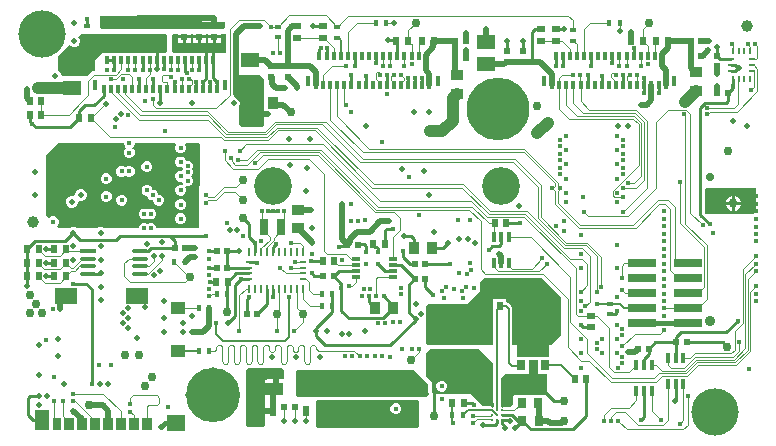
<source format=gtl>
G04*
G04 #@! TF.GenerationSoftware,Altium Limited,Altium Designer,23.3.1 (30)*
G04*
G04 Layer_Physical_Order=1*
G04 Layer_Color=255*
%FSLAX44Y44*%
%MOMM*%
G71*
G04*
G04 #@! TF.SameCoordinates,D45B20F3-F38D-42A2-87FA-560754FB767C*
G04*
G04*
G04 #@! TF.FilePolarity,Positive*
G04*
G01*
G75*
%ADD15C,0.1270*%
%ADD16R,0.4000X0.9000*%
%ADD17R,0.6200X0.6200*%
%ADD18R,1.5500X1.3500*%
%ADD19R,1.1700X1.8000*%
%ADD20R,1.9000X1.3500*%
%ADD21R,1.2000X1.0000*%
%ADD22R,0.8500X1.1000*%
%ADD23R,0.8750X1.1000*%
%ADD24R,0.7500X1.1000*%
%ADD25R,0.7500X0.9500*%
%ADD26R,2.8000X2.0500*%
%ADD27R,0.3000X0.6500*%
%ADD28R,0.4000X0.9500*%
%ADD29R,0.5500X0.6500*%
%ADD30R,0.6500X0.5500*%
%ADD31R,1.0000X0.9000*%
%ADD32R,0.5500X0.4500*%
%ADD33R,2.4000X0.7600*%
%ADD34R,0.6200X0.6200*%
%ADD35R,1.5000X1.3000*%
%ADD36R,0.4500X0.5500*%
%ADD37R,0.5750X0.2500*%
%ADD38R,0.2500X0.6750*%
%ADD39R,0.7500X1.4000*%
%ADD40R,1.4000X0.3500*%
%ADD41O,1.4000X0.3500*%
%ADD42R,0.2500X0.4750*%
%ADD43R,0.4750X0.2500*%
%ADD44R,0.8000X0.3000*%
%ADD45R,0.7000X0.9000*%
%ADD46R,2.8000X0.5500*%
%ADD47C,0.2300*%
%ADD48R,2.6000X0.9500*%
%ADD49R,0.9000X1.0000*%
%ADD50R,1.1500X1.0000*%
%ADD51R,0.6000X0.5500*%
%ADD52R,0.6000X0.9000*%
%ADD53R,0.3600X0.3200*%
%ADD98C,0.1143*%
%ADD99C,0.7500*%
%ADD100C,1.0000*%
%ADD101R,2.8000X1.0000*%
%ADD102C,0.1092*%
%ADD103C,0.0889*%
%ADD104C,0.2540*%
%ADD105C,0.5080*%
%ADD106C,0.3810*%
%ADD107C,0.1524*%
%ADD108C,1.0160*%
%ADD109C,1.0000*%
%ADD110C,0.9000*%
%ADD111C,0.7000*%
%ADD112C,5.3000*%
%ADD113C,4.6000*%
%ADD114C,4.0000*%
%ADD115C,3.2000*%
%ADD116C,0.4064*%
%ADD117C,0.5080*%
%ADD118C,0.7620*%
G36*
X-435735Y332306D02*
X-435538Y331315D01*
X-434976Y330474D01*
X-434136Y329913D01*
X-433145Y329716D01*
X-415290D01*
Y325374D01*
X-416814Y323850D01*
X-519430D01*
X-520700Y325120D01*
Y334821D01*
X-435735D01*
Y332306D01*
D02*
G37*
G36*
X-414400Y319912D02*
Y304009D01*
X-414625Y303784D01*
X-458188D01*
X-459740Y305336D01*
Y318770D01*
X-458470Y320040D01*
X-455110D01*
Y318695D01*
X-443830D01*
Y320040D01*
X-442410D01*
Y318695D01*
X-431130D01*
Y320040D01*
X-429710D01*
Y318695D01*
X-418430D01*
Y320040D01*
X-414528D01*
X-414400Y319912D01*
D02*
G37*
G36*
X-463879Y319099D02*
Y305741D01*
X-465926Y303694D01*
X-470993D01*
Y303530D01*
X-474914D01*
Y303694D01*
X-518994D01*
Y303530D01*
X-519430D01*
X-524879Y298081D01*
Y288622D01*
X-526034Y288414D01*
X-527248Y288173D01*
X-528277Y287485D01*
X-528277Y287485D01*
X-531283Y284480D01*
X-552450D01*
X-553904Y285933D01*
X-554493Y287358D01*
X-555922Y288787D01*
X-556260Y288926D01*
Y300990D01*
X-546771Y310479D01*
X-545676Y309383D01*
X-543809Y308610D01*
X-541787D01*
X-539920Y309383D01*
X-538491Y310812D01*
X-537718Y312680D01*
Y314701D01*
X-538491Y316568D01*
X-539587Y317663D01*
X-537250Y320000D01*
X-464780D01*
X-463879Y319099D01*
D02*
G37*
G36*
X-382016Y281940D02*
Y242316D01*
X-383540Y240792D01*
X-401066D01*
X-403606Y243332D01*
Y258425D01*
X-403363Y258667D01*
X-402590Y260534D01*
Y262556D01*
X-403363Y264423D01*
X-403606Y264665D01*
Y285242D01*
X-385318Y285242D01*
X-382016Y281940D01*
D02*
G37*
G36*
X-436495Y226429D02*
X-436950Y155443D01*
X-473328D01*
Y156352D01*
X-474024Y158033D01*
X-475310Y159319D01*
X-476991Y160015D01*
X-478809D01*
X-480490Y159319D01*
X-480763Y159045D01*
X-481037Y159319D01*
X-482717Y160015D01*
X-484536D01*
X-486216Y159319D01*
X-487503Y158033D01*
X-488199Y156352D01*
Y155443D01*
X-517039D01*
X-517568Y155971D01*
X-519436Y156745D01*
X-521456D01*
X-523324Y155971D01*
X-523852Y155443D01*
X-540154D01*
X-540682Y155972D01*
X-542550Y156745D01*
X-544571D01*
X-546438Y155972D01*
X-546967Y155443D01*
X-555493D01*
X-557506Y157456D01*
X-556702Y158259D01*
X-556006Y159940D01*
Y161759D01*
X-556702Y163439D01*
X-557988Y164725D01*
X-559669Y165421D01*
X-561487D01*
X-563168Y164725D01*
X-563971Y163922D01*
X-566420Y166370D01*
Y217170D01*
X-556260Y227330D01*
X-500905D01*
Y226533D01*
X-500209Y224853D01*
X-499629Y224272D01*
X-499015Y223443D01*
X-499629Y222613D01*
X-500209Y222033D01*
X-500905Y220352D01*
Y218533D01*
X-500209Y216853D01*
X-498923Y215567D01*
X-497243Y214871D01*
X-495424D01*
X-493744Y215567D01*
X-492457Y216853D01*
X-491761Y218533D01*
Y220352D01*
X-492457Y222033D01*
X-493038Y222613D01*
X-493652Y223443D01*
X-493038Y224272D01*
X-492457Y224853D01*
X-491761Y226533D01*
Y227330D01*
X-457201D01*
X-456675Y226060D01*
X-456702Y226033D01*
X-457399Y224352D01*
Y222533D01*
X-456702Y220853D01*
X-455416Y219567D01*
X-453736Y218871D01*
X-451917D01*
X-450237Y219567D01*
X-448951Y220853D01*
X-448255Y222533D01*
Y224352D01*
X-448951Y226033D01*
X-448978Y226060D01*
X-448452Y227330D01*
X-437390D01*
X-436495Y226429D01*
D02*
G37*
G36*
X-365252Y35560D02*
Y28448D01*
X-365760Y27940D01*
X-379730D01*
X-380465Y27205D01*
X-380610D01*
Y27060D01*
X-381000Y26670D01*
X-381000Y-11430D01*
X-382270Y-12700D01*
X-396240D01*
X-397510Y-11430D01*
Y35194D01*
X-395874Y36830D01*
X-366522D01*
X-365252Y35560D01*
D02*
G37*
G36*
X34820Y168042D02*
X33127D01*
X32156Y167640D01*
X-8222D01*
X-9069Y168487D01*
Y187781D01*
X-7620Y189230D01*
X34820D01*
Y168042D01*
D02*
G37*
G36*
X-130810Y96860D02*
Y64516D01*
X-138938Y56388D01*
X-171769D01*
Y87376D01*
X-172015Y88615D01*
X-172717Y89665D01*
X-174749Y91697D01*
X-175799Y92399D01*
X-177038Y92645D01*
X-177416D01*
Y95198D01*
X-187996D01*
Y87472D01*
X-188149Y86702D01*
Y56388D01*
X-243332D01*
X-245110Y58166D01*
Y89408D01*
X-243078Y91440D01*
X-234426Y91424D01*
X-234410Y91440D01*
X-210239D01*
X-199302Y102377D01*
X-199302Y109326D01*
X-196215Y113030D01*
X-146980D01*
X-130810Y96860D01*
D02*
G37*
G36*
X-242903Y22939D02*
Y22161D01*
X-242874Y22016D01*
Y19641D01*
X-242903Y19495D01*
Y16539D01*
X-242706Y15548D01*
X-242570Y15345D01*
Y14732D01*
X-244602Y12700D01*
X-353060Y12700D01*
X-354765Y14405D01*
Y34290D01*
X-353495Y35560D01*
X-255524D01*
X-242903Y22939D01*
D02*
G37*
G36*
X-188149Y40771D02*
Y7065D01*
X-188602Y5972D01*
Y4928D01*
X-189646D01*
X-190739Y4475D01*
X-196499D01*
X-207264Y15240D01*
X-239014D01*
X-240313Y16539D01*
Y19495D01*
X-240284Y19565D01*
Y22091D01*
X-240313Y22161D01*
Y24863D01*
X-244660Y29210D01*
Y49980D01*
X-241554Y53086D01*
X-200464Y53086D01*
X-188149Y40771D01*
D02*
G37*
G36*
X-150160Y31960D02*
X-142776D01*
X-142776Y28157D01*
Y19856D01*
X-142784Y19848D01*
X-142752Y15744D01*
X-144018Y14478D01*
X-169926D01*
X-169998Y14406D01*
X-170012D01*
Y14392D01*
X-171323Y13081D01*
Y6731D01*
X-173669Y4385D01*
X-178866D01*
X-180178Y4928D01*
X-181222D01*
Y5972D01*
X-181675Y7065D01*
Y28157D01*
X-178082Y31750D01*
X-157988D01*
X-157480Y32258D01*
Y43960D01*
X-150160D01*
Y31960D01*
D02*
G37*
G36*
X-252172Y10110D02*
X-251206Y9144D01*
Y-12954D01*
X-252222Y-13970D01*
X-336550D01*
X-337820Y-12700D01*
Y8890D01*
X-336600Y10110D01*
X-252172Y10110D01*
D02*
G37*
%LPC*%
G36*
X-418430Y316155D02*
X-422800D01*
Y311785D01*
X-418430D01*
Y316155D01*
D02*
G37*
G36*
X-425340D02*
X-429710D01*
Y311785D01*
X-425340D01*
Y316155D01*
D02*
G37*
G36*
X-431130D02*
X-435500D01*
Y311785D01*
X-431130D01*
Y316155D01*
D02*
G37*
G36*
X-438040D02*
X-442410D01*
Y311785D01*
X-438040D01*
Y316155D01*
D02*
G37*
G36*
X-443830D02*
X-448200D01*
Y311785D01*
X-443830D01*
Y316155D01*
D02*
G37*
G36*
X-450740D02*
X-455110D01*
Y311785D01*
X-450740D01*
Y316155D01*
D02*
G37*
G36*
X-495424Y208015D02*
X-497243D01*
X-498923Y207319D01*
X-499550Y206691D01*
X-500177Y207319D01*
X-501858Y208015D01*
X-503677D01*
X-505357Y207319D01*
X-506643Y206033D01*
X-507339Y204352D01*
Y202533D01*
X-506643Y200853D01*
X-505357Y199567D01*
X-503677Y198871D01*
X-501858D01*
X-500177Y199567D01*
X-499550Y200194D01*
X-498923Y199567D01*
X-497243Y198871D01*
X-495424D01*
X-493744Y199567D01*
X-492457Y200853D01*
X-491761Y202533D01*
Y204352D01*
X-492457Y206033D01*
X-493744Y207319D01*
X-495424Y208015D01*
D02*
G37*
G36*
X-480421Y212015D02*
X-482239D01*
X-483920Y211319D01*
X-485206Y210033D01*
X-485902Y208352D01*
Y206533D01*
X-485206Y204853D01*
X-483920Y203567D01*
X-482239Y202871D01*
X-480421D01*
X-478740Y203567D01*
X-477454Y204853D01*
X-476758Y206533D01*
Y208352D01*
X-477454Y210033D01*
X-478740Y211319D01*
X-480421Y212015D01*
D02*
G37*
G36*
X-514711Y201797D02*
X-516529D01*
X-518210Y201101D01*
X-519496Y199815D01*
X-520192Y198134D01*
Y196316D01*
X-519496Y194635D01*
X-518210Y193349D01*
X-516529Y192653D01*
X-514711D01*
X-513030Y193349D01*
X-511744Y194635D01*
X-511048Y196316D01*
Y198134D01*
X-511744Y199815D01*
X-513030Y201101D01*
X-514711Y201797D01*
D02*
G37*
G36*
X-451917Y216015D02*
X-453736D01*
X-455416Y215319D01*
X-456702Y214032D01*
X-457399Y212352D01*
Y210533D01*
X-456702Y208853D01*
X-455416Y207567D01*
X-453736Y206871D01*
X-451917D01*
X-451105Y206128D01*
Y204948D01*
X-452067Y204015D01*
X-453736D01*
X-455416Y203319D01*
X-456702Y202033D01*
X-457399Y200352D01*
Y198533D01*
X-456702Y196853D01*
X-455416Y195567D01*
X-453736Y194871D01*
X-451917D01*
X-451073Y193846D01*
X-450712Y192974D01*
X-450918Y192592D01*
X-451552Y191947D01*
X-451715Y192015D01*
X-453534D01*
X-455215Y191319D01*
X-456501Y190033D01*
X-457197Y188352D01*
Y186533D01*
X-456501Y184853D01*
X-455215Y183567D01*
X-453534Y182871D01*
X-451715D01*
X-450035Y183567D01*
X-448749Y184853D01*
X-448053Y186533D01*
Y188352D01*
X-448699Y189912D01*
X-448492Y190293D01*
X-447858Y190938D01*
X-447695Y190871D01*
X-445877D01*
X-444196Y191567D01*
X-442910Y192853D01*
X-442214Y194533D01*
Y196352D01*
X-442910Y198032D01*
X-444050Y199173D01*
X-442910Y200313D01*
X-442214Y201993D01*
Y203812D01*
X-442889Y205443D01*
X-442214Y207073D01*
Y208892D01*
X-442910Y210572D01*
X-444196Y211859D01*
X-445877Y212555D01*
X-447695D01*
X-448730Y213501D01*
X-448951Y214032D01*
X-450237Y215319D01*
X-451917Y216015D01*
D02*
G37*
G36*
X-536199Y188523D02*
X-538220D01*
X-540088Y187749D01*
X-541517Y186320D01*
X-542290Y184453D01*
Y183621D01*
X-543560Y182773D01*
X-543820Y182880D01*
X-545840D01*
X-547708Y182107D01*
X-549137Y180678D01*
X-549910Y178811D01*
Y176789D01*
X-549137Y174922D01*
X-547708Y173493D01*
X-545840Y172720D01*
X-543820D01*
X-541952Y173493D01*
X-540523Y174922D01*
X-539750Y176789D01*
Y177622D01*
X-538480Y178470D01*
X-538220Y178363D01*
X-536199D01*
X-534332Y179136D01*
X-532903Y180565D01*
X-532130Y182432D01*
Y184453D01*
X-532903Y186320D01*
X-534332Y187749D01*
X-536199Y188523D01*
D02*
G37*
G36*
X-514711Y186797D02*
X-516529D01*
X-518210Y186101D01*
X-519496Y184815D01*
X-520192Y183134D01*
Y181316D01*
X-519496Y179635D01*
X-518210Y178349D01*
X-516529Y177653D01*
X-514711D01*
X-513030Y178349D01*
X-511744Y179635D01*
X-511048Y181316D01*
Y183134D01*
X-511744Y184815D01*
X-513030Y186101D01*
X-514711Y186797D01*
D02*
G37*
G36*
X-480242Y192015D02*
X-482061D01*
X-483742Y191319D01*
X-485028Y190033D01*
X-485724Y188352D01*
Y186533D01*
X-485028Y184853D01*
X-483742Y183567D01*
X-482061Y182871D01*
X-480822D01*
Y182533D01*
X-480126Y180853D01*
X-478840Y179567D01*
X-477159Y178871D01*
X-475742D01*
Y178161D01*
X-475046Y176480D01*
X-473760Y175194D01*
X-472079Y174498D01*
X-470261D01*
X-468580Y175194D01*
X-467294Y176480D01*
X-466598Y178161D01*
Y179979D01*
X-467294Y181660D01*
X-468580Y182946D01*
X-470261Y183642D01*
X-471678D01*
Y184352D01*
X-472374Y186033D01*
X-473660Y187319D01*
X-475341Y188015D01*
X-476580D01*
Y188352D01*
X-477276Y190033D01*
X-478562Y191319D01*
X-480242Y192015D01*
D02*
G37*
G36*
X-501757Y183642D02*
X-503575D01*
X-505256Y182946D01*
X-506542Y181660D01*
X-507238Y179979D01*
Y178161D01*
X-506542Y176480D01*
X-505256Y175194D01*
X-503575Y174498D01*
X-501757D01*
X-500076Y175194D01*
X-498790Y176480D01*
X-498094Y178161D01*
Y179979D01*
X-498790Y181660D01*
X-500076Y182946D01*
X-501757Y183642D01*
D02*
G37*
G36*
X-476991Y172015D02*
X-478809D01*
X-480490Y171319D01*
X-480756Y171052D01*
X-481023Y171319D01*
X-482703Y172015D01*
X-484522D01*
X-486203Y171319D01*
X-487489Y170033D01*
X-488185Y168352D01*
Y166533D01*
X-487489Y164853D01*
X-486203Y163567D01*
X-484522Y162871D01*
X-482703D01*
X-481023Y163567D01*
X-480756Y163833D01*
X-480490Y163567D01*
X-478809Y162871D01*
X-476991D01*
X-475310Y163567D01*
X-474024Y164853D01*
X-473328Y166533D01*
Y168352D01*
X-474024Y170033D01*
X-475310Y171319D01*
X-476991Y172015D01*
D02*
G37*
G36*
X-451715Y180015D02*
X-453534D01*
X-455215Y179319D01*
X-456501Y178032D01*
X-457197Y176352D01*
Y174533D01*
X-456501Y172853D01*
X-455215Y171567D01*
X-453534Y170871D01*
X-451715D01*
X-450035Y171567D01*
X-448749Y172853D01*
X-448053Y174533D01*
Y176352D01*
X-448749Y178032D01*
X-450035Y179319D01*
X-451715Y180015D01*
D02*
G37*
G36*
X-451917Y168015D02*
X-453736D01*
X-455416Y167319D01*
X-456702Y166033D01*
X-457399Y164352D01*
Y162533D01*
X-456702Y160853D01*
X-455416Y159567D01*
X-453736Y158871D01*
X-451917D01*
X-450237Y159567D01*
X-448951Y160853D01*
X-448255Y162533D01*
Y164352D01*
X-448951Y166033D01*
X-450237Y167319D01*
X-451917Y168015D01*
D02*
G37*
G36*
X16510Y182812D02*
Y177800D01*
X21522D01*
X20572Y180093D01*
X18803Y181862D01*
X16510Y182812D01*
D02*
G37*
G36*
X13970Y182812D02*
X11677Y181862D01*
X9908Y180093D01*
X8958Y177800D01*
X13970D01*
Y182812D01*
D02*
G37*
G36*
X21522Y175260D02*
X16510D01*
Y170248D01*
X18803Y171198D01*
X20572Y172967D01*
X21522Y175260D01*
D02*
G37*
G36*
X13970D02*
X8958D01*
X9908Y172967D01*
X11677Y171198D01*
X13970Y170248D01*
Y175260D01*
D02*
G37*
G36*
X-230739Y26162D02*
X-232557D01*
X-234238Y25466D01*
X-235524Y24180D01*
X-236220Y22499D01*
Y20681D01*
X-235524Y19000D01*
X-234238Y17714D01*
X-232557Y17018D01*
X-230739D01*
X-229058Y17714D01*
X-227772Y19000D01*
X-227076Y20681D01*
Y22499D01*
X-227772Y24180D01*
X-229058Y25466D01*
X-230739Y26162D01*
D02*
G37*
G36*
X-269601Y7112D02*
X-271419D01*
X-273100Y6416D01*
X-274386Y5130D01*
X-275082Y3449D01*
Y1631D01*
X-274386Y-50D01*
X-273100Y-1336D01*
X-271419Y-2032D01*
X-269601D01*
X-267920Y-1336D01*
X-266634Y-50D01*
X-265938Y1631D01*
Y3449D01*
X-266634Y5130D01*
X-267920Y6416D01*
X-269601Y7112D01*
D02*
G37*
%LPD*%
D15*
X-130676Y39250D02*
X-119112Y27686D01*
X-143870Y39250D02*
X-130676D01*
X-164504Y39116D02*
X-164370Y39250D01*
X-172466Y39116D02*
X-164504D01*
X-175006Y41656D02*
X-172466Y39116D01*
X-175006Y41656D02*
Y87376D01*
X-177038Y89408D02*
X-175006Y87376D01*
X-182706Y89408D02*
X-177038D01*
X-188912Y1238D02*
X-184912Y-2762D01*
X-188912Y1238D02*
X-188912D01*
X-213686Y-3048D02*
X-209400Y1238D01*
X-188912D01*
X-222686Y-9724D02*
X-222504Y-9906D01*
X-222686Y-9724D02*
Y-3048D01*
X-223186Y-2548D02*
X-222686Y-3048D01*
X-223186Y-2548D02*
Y7366D01*
X-184912Y86702D02*
X-182706Y88908D01*
X-184912Y5238D02*
Y86702D01*
X-182706Y88908D02*
Y89408D01*
X-184912Y1238D02*
Y5238D01*
D16*
X-66952Y39448D02*
D03*
X-60452Y39448D02*
D03*
X-53952Y39448D02*
D03*
Y17448D02*
D03*
X-60452Y17448D02*
D03*
X-66952Y17448D02*
D03*
X-40028Y45544D02*
D03*
X-33528D02*
D03*
X-27028D02*
D03*
Y23544D02*
D03*
X-33528D02*
D03*
X-40028D02*
D03*
X-187602Y125859D02*
D03*
X-181102D02*
D03*
X-174602D02*
D03*
Y147859D02*
D03*
X-181102D02*
D03*
X-187602D02*
D03*
D17*
X-23948Y58674D02*
D03*
X-32948D02*
D03*
X-56460Y53086D02*
D03*
X-65460D02*
D03*
X-311956Y141500D02*
D03*
X-302956D02*
D03*
X-254690Y125155D02*
D03*
X-245690D02*
D03*
X-12010Y301024D02*
D03*
X-21010D02*
D03*
Y313805D02*
D03*
X-12010D02*
D03*
X-220290Y299827D02*
D03*
X-211290D02*
D03*
Y313797D02*
D03*
X-220290D02*
D03*
X-332050Y114915D02*
D03*
X-323050D02*
D03*
X-245646Y112522D02*
D03*
X-254646D02*
D03*
X1524Y269748D02*
D03*
X10524D02*
D03*
X-422220Y136505D02*
D03*
X-413220D02*
D03*
Y122110D02*
D03*
X-422220D02*
D03*
X-396820Y83165D02*
D03*
X-387820D02*
D03*
X-457887Y138430D02*
D03*
X-448887D02*
D03*
D18*
X-456585Y-9210D02*
D03*
D19*
X-569785Y-6960D02*
D03*
D20*
X-489835Y97790D02*
D03*
X-549535D02*
D03*
D21*
X-454835Y88040D02*
D03*
Y51040D02*
D03*
D22*
X-481185Y-10460D02*
D03*
X-503185D02*
D03*
X-514185D02*
D03*
X-525185D02*
D03*
X-536185D02*
D03*
X-547185D02*
D03*
D23*
X-492185D02*
D03*
D24*
X-557685D02*
D03*
D25*
X-143870Y39250D02*
D03*
X-154120D02*
D03*
X-164370D02*
D03*
D26*
X-154120Y56750D02*
D03*
D27*
X-138122Y276478D02*
D03*
X-135197Y300977D02*
D03*
X-132122Y276478D02*
D03*
X-126122D02*
D03*
X-120122D02*
D03*
X-114122D02*
D03*
X-108122D02*
D03*
X-102122D02*
D03*
X-96122D02*
D03*
X-90122D02*
D03*
X-84122D02*
D03*
X-78122D02*
D03*
X-72122D02*
D03*
X-66122D02*
D03*
X-60122D02*
D03*
X-54122D02*
D03*
X-48122D02*
D03*
X-42122D02*
D03*
X-129197Y300977D02*
D03*
X-123197D02*
D03*
X-117197D02*
D03*
X-111197D02*
D03*
X-105197D02*
D03*
X-99197D02*
D03*
X-93197D02*
D03*
X-87197D02*
D03*
X-81197D02*
D03*
X-75197D02*
D03*
X-69197D02*
D03*
X-63197D02*
D03*
X-57197D02*
D03*
X-51197D02*
D03*
X-45197D02*
D03*
X-338122Y276478D02*
D03*
X-335197Y300977D02*
D03*
X-332122Y276478D02*
D03*
X-326122D02*
D03*
X-320122D02*
D03*
X-314122D02*
D03*
X-308122D02*
D03*
X-302122D02*
D03*
X-296122D02*
D03*
X-290122D02*
D03*
X-284122D02*
D03*
X-278122D02*
D03*
X-272122D02*
D03*
X-266122D02*
D03*
X-260122D02*
D03*
X-254122D02*
D03*
X-248122D02*
D03*
X-242122D02*
D03*
X-329197Y300977D02*
D03*
X-323197D02*
D03*
X-317197D02*
D03*
X-311197D02*
D03*
X-305197D02*
D03*
X-299197D02*
D03*
X-293197D02*
D03*
X-287197D02*
D03*
X-281197D02*
D03*
X-275197D02*
D03*
X-269197D02*
D03*
X-263197D02*
D03*
X-257197D02*
D03*
X-251197D02*
D03*
X-245197D02*
D03*
X-517879Y273404D02*
D03*
X-514954Y297904D02*
D03*
X-511879Y273404D02*
D03*
X-505879D02*
D03*
X-499879D02*
D03*
X-493879D02*
D03*
X-487879D02*
D03*
X-481879D02*
D03*
X-475879D02*
D03*
X-469879D02*
D03*
X-463879D02*
D03*
X-457879D02*
D03*
X-451879D02*
D03*
X-445879D02*
D03*
X-439879D02*
D03*
X-433879D02*
D03*
X-427879D02*
D03*
X-421879D02*
D03*
X-508954Y297904D02*
D03*
X-502954D02*
D03*
X-496954D02*
D03*
X-490954D02*
D03*
X-484954D02*
D03*
X-478954D02*
D03*
X-472954D02*
D03*
X-466954D02*
D03*
X-460954D02*
D03*
X-454953D02*
D03*
X-448954D02*
D03*
X-442953D02*
D03*
X-436954D02*
D03*
X-430954D02*
D03*
X-424954D02*
D03*
D28*
X-35122Y279977D02*
D03*
X-145122D02*
D03*
X-235122D02*
D03*
X-345122D02*
D03*
X-414879Y276904D02*
D03*
X-524879D02*
D03*
D29*
X-176864Y159512D02*
D03*
X-186864D02*
D03*
X-119112Y27686D02*
D03*
X-109112D02*
D03*
X-182706Y89408D02*
D03*
X-192706D02*
D03*
X-549880Y137365D02*
D03*
X-559880D02*
D03*
X-289750Y141750D02*
D03*
X-279750D02*
D03*
X-39848Y314305D02*
D03*
X-49848D02*
D03*
X-71438Y314305D02*
D03*
X-61438D02*
D03*
X-238476Y314305D02*
D03*
X-248476D02*
D03*
X-270066Y314305D02*
D03*
X-260066D02*
D03*
X-528400Y248920D02*
D03*
X-538400D02*
D03*
X-223186Y7366D02*
D03*
X-213186D02*
D03*
X-412720Y109835D02*
D03*
X-422720D02*
D03*
X-580564Y251460D02*
D03*
X-570564D02*
D03*
X-580564Y262890D02*
D03*
X-570564D02*
D03*
X-572740Y114505D02*
D03*
X-582740D02*
D03*
X-572740Y125935D02*
D03*
X-582740D02*
D03*
X-572740Y137365D02*
D03*
X-582740D02*
D03*
X-559880Y114505D02*
D03*
X-549880D02*
D03*
X-559880Y125935D02*
D03*
X-549880D02*
D03*
X-332550Y127615D02*
D03*
X-322550D02*
D03*
D30*
X-105156Y71454D02*
D03*
Y81454D02*
D03*
X-147320Y323770D02*
D03*
Y313770D02*
D03*
X-135197Y313770D02*
D03*
Y323770D02*
D03*
X-332122Y316310D02*
D03*
Y326310D02*
D03*
X-354330Y326310D02*
D03*
Y316310D02*
D03*
D31*
X-258572Y2160D02*
D03*
Y18160D02*
D03*
X-16510Y271400D02*
D03*
Y287400D02*
D03*
X-218440Y269398D02*
D03*
Y285398D02*
D03*
X-352950Y155175D02*
D03*
Y171175D02*
D03*
D32*
X-532130Y317826D02*
D03*
Y326826D02*
D03*
X-120650Y323270D02*
D03*
Y314270D02*
D03*
X-320122Y325810D02*
D03*
Y316810D02*
D03*
X-370586Y317064D02*
D03*
Y326064D02*
D03*
X-88790Y91475D02*
D03*
Y82475D02*
D03*
D33*
X-62230Y125730D02*
D03*
Y113030D02*
D03*
Y100330D02*
D03*
Y87630D02*
D03*
Y74930D02*
D03*
X-23230Y125730D02*
D03*
Y113030D02*
D03*
Y100330D02*
D03*
Y87630D02*
D03*
Y74930D02*
D03*
D34*
X-176530Y296477D02*
D03*
Y305477D02*
D03*
X-162560D02*
D03*
Y296477D02*
D03*
X-468520Y326425D02*
D03*
Y317425D02*
D03*
X-481220Y326425D02*
D03*
Y317425D02*
D03*
X1270Y292426D02*
D03*
Y301426D02*
D03*
X-505350Y326425D02*
D03*
Y317425D02*
D03*
X-492650Y326425D02*
D03*
Y317425D02*
D03*
X-449470Y326425D02*
D03*
Y317425D02*
D03*
X-424070Y326425D02*
D03*
Y317425D02*
D03*
X-436770Y326425D02*
D03*
Y317425D02*
D03*
X-361950Y292790D02*
D03*
Y283790D02*
D03*
X-375920D02*
D03*
Y292790D02*
D03*
D35*
X-194310Y294030D02*
D03*
Y313030D02*
D03*
X-393700Y278790D02*
D03*
Y297790D02*
D03*
X-544830Y273710D02*
D03*
Y292710D02*
D03*
D36*
X-81098Y329545D02*
D03*
X-90098D02*
D03*
X-278710Y328930D02*
D03*
X-287710D02*
D03*
X-428479Y51562D02*
D03*
X-437479D02*
D03*
X-213686Y-3048D02*
D03*
X-222686Y-3048D02*
D03*
X-428498Y88040D02*
D03*
X-437498D02*
D03*
X-449415Y127000D02*
D03*
X-458415D02*
D03*
X-413220Y99675D02*
D03*
X-422220D02*
D03*
X-324320Y89515D02*
D03*
X-333320D02*
D03*
X-324320Y99675D02*
D03*
X-333320D02*
D03*
D37*
X-395085Y112110D02*
D03*
Y117110D02*
D03*
Y122110D02*
D03*
Y127110D02*
D03*
X-348835D02*
D03*
Y122110D02*
D03*
Y117110D02*
D03*
Y112110D02*
D03*
D38*
X-349460Y103985D02*
D03*
X-354460D02*
D03*
X-359460D02*
D03*
X-364460D02*
D03*
X-369460D02*
D03*
X-374460D02*
D03*
X-379460D02*
D03*
X-384460D02*
D03*
X-389460D02*
D03*
X-394460D02*
D03*
X-389460Y135235D02*
D03*
X-384460D02*
D03*
X-379460D02*
D03*
X-374460D02*
D03*
X-369460D02*
D03*
X-364460D02*
D03*
X-359460D02*
D03*
X-354460D02*
D03*
X-349460D02*
D03*
X-394460D02*
D03*
D39*
X-367748Y156317D02*
D03*
X-382348D02*
D03*
D40*
X-531160Y136095D02*
D03*
D41*
Y129595D02*
D03*
Y123095D02*
D03*
Y116595D02*
D03*
X-487160Y129595D02*
D03*
Y136095D02*
D03*
Y123095D02*
D03*
Y116595D02*
D03*
D42*
X24617Y305249D02*
D03*
X19617D02*
D03*
X14617D02*
D03*
X29617D02*
D03*
X24617Y281999D02*
D03*
X19617D02*
D03*
X14617D02*
D03*
X29617D02*
D03*
D43*
X31242Y293624D02*
D03*
Y298624D02*
D03*
Y288624D02*
D03*
X12992Y293624D02*
D03*
Y298624D02*
D03*
Y288624D02*
D03*
D44*
X-273220Y114420D02*
D03*
Y119420D02*
D03*
Y124420D02*
D03*
Y129420D02*
D03*
X-304220Y114420D02*
D03*
Y119420D02*
D03*
Y124420D02*
D03*
Y129420D02*
D03*
D45*
X-163464Y-7620D02*
D03*
X-149464D02*
D03*
X-149972Y7366D02*
D03*
X-163972D02*
D03*
D46*
X-228092Y59002D02*
D03*
Y36502D02*
D03*
D47*
X-180912Y-6762D02*
D03*
X-184912Y-6762D02*
D03*
X-188912D02*
D03*
X-180912Y-2762D02*
D03*
X-184912Y-2762D02*
D03*
X-188912D02*
D03*
X-180912Y1238D02*
D03*
X-184912D02*
D03*
X-188912D02*
D03*
X-180912Y5238D02*
D03*
X-184912D02*
D03*
X-188912Y5238D02*
D03*
D48*
X-293260Y20965D02*
D03*
Y-7035D02*
D03*
X-323740D02*
D03*
Y20965D02*
D03*
D49*
X-272560Y88245D02*
D03*
X-288560D02*
D03*
X-255540Y139045D02*
D03*
X-239540D02*
D03*
X-390396Y261545D02*
D03*
X-374396D02*
D03*
D50*
X-372320Y19665D02*
D03*
X-348820D02*
D03*
D51*
X-356070Y3785D02*
D03*
X-365070D02*
D03*
D52*
X-346570Y535D02*
D03*
X-374570D02*
D03*
D53*
X-384198Y170287D02*
D03*
X-378598D02*
D03*
X-364948D02*
D03*
X-370548D02*
D03*
D98*
X-338196Y54039D02*
X-337471Y52287D01*
X-335719Y51562D01*
X-338196Y54523D02*
X-339434Y56667D01*
X-341911D01*
X-343149Y54523D01*
X-348102Y42776D02*
X-346864Y40632D01*
X-344387D01*
X-343149Y42776D01*
X-348102Y54523D02*
X-349340Y56667D01*
X-351817D01*
X-353055Y54523D01*
X-358008Y52689D02*
X-356770Y50544D01*
X-354293D01*
X-353055Y52689D01*
X-358008Y54523D02*
X-359246Y56667D01*
X-361723D01*
X-362961Y54523D01*
X-367914Y42776D02*
X-366676Y40632D01*
X-364199D01*
X-362961Y42776D01*
X-367914Y54523D02*
X-369152Y56667D01*
X-371629D01*
X-372867Y54523D01*
X-377820Y52689D02*
X-376582Y50544D01*
X-374105D01*
X-372867Y52689D01*
X-377820Y54523D02*
X-379058Y56667D01*
X-381535D01*
X-382773Y54523D01*
X-387726Y42776D02*
X-386488Y40632D01*
X-384011D01*
X-382773Y42776D01*
X-387726Y54523D02*
X-388964Y56667D01*
X-391441D01*
X-392679Y54523D01*
X-397632Y42776D02*
X-396394Y40632D01*
X-393917D01*
X-392679Y42776D01*
X-397632Y54523D02*
X-398870Y56667D01*
X-401347D01*
X-402585Y54523D01*
X-407538Y42776D02*
X-406300Y40632D01*
X-403823D01*
X-402585Y42776D01*
X-407538Y54523D02*
X-408776Y56667D01*
X-411253D01*
X-412491Y54523D01*
X-417444Y42776D02*
X-416206Y40632D01*
X-413729D01*
X-412491Y42776D01*
X-417444Y54523D02*
X-418682Y56667D01*
X-421159D01*
X-422397Y54523D01*
X-424874Y51562D02*
X-423122Y52287D01*
X-422397Y54039D01*
X-511879Y273404D02*
X-510951Y272476D01*
Y270159D02*
X-501142Y260350D01*
X-487934Y247142D01*
X-510951Y270159D02*
Y272476D01*
X-487934Y247142D02*
X-429376D01*
X-499879Y268993D02*
X-491236Y260350D01*
X-485140Y254254D01*
X-499879Y268993D02*
Y273404D01*
X-485140Y254254D02*
X-430022D01*
X-507517Y281551D02*
X-503318Y285750D01*
X-512064Y281551D02*
X-507517D01*
X-507746Y285242D02*
X-502954Y290034D01*
X-526034Y285242D02*
X-507746D01*
X-335719Y51562D02*
X-331441D01*
X-338196Y54039D02*
Y54523D01*
X-343149Y42776D02*
Y54523D01*
X-348102Y42776D02*
Y54523D01*
X-353055Y52689D02*
Y54523D01*
X-358008Y52689D02*
Y54523D01*
X-362961Y42776D02*
Y54523D01*
X-367914Y42776D02*
Y54523D01*
X-372867Y52689D02*
Y54523D01*
X-377820Y52689D02*
Y54523D01*
X-382773Y42776D02*
Y54523D01*
X-387726Y42776D02*
Y54523D01*
X-392679Y42776D02*
Y54523D01*
X-397632Y42776D02*
Y54523D01*
X-402585Y42776D02*
Y54523D01*
X-407538Y42776D02*
Y54523D01*
X-412491Y42776D02*
Y54523D01*
X-417444Y42776D02*
Y54523D01*
X-422397Y54039D02*
Y54523D01*
X-425445Y51562D02*
X-424874D01*
X-331441D02*
X-305562D01*
X-428479D02*
X-425445D01*
X-21082Y168656D02*
Y251753D01*
Y168656D02*
X-10668Y158242D01*
X32518Y275088D02*
Y288009D01*
X29972Y272542D02*
X32518Y275088D01*
X-257810Y43688D02*
X-250698Y50800D01*
Y53086D01*
X-189706Y-3556D02*
X-188912Y-2762D01*
X-204978Y-3556D02*
X-189706D01*
X-189832Y-5842D02*
X-188912Y-6762D01*
X-204978Y-9144D02*
X-201676Y-5842D01*
X-189832D01*
X-82296Y-7620D02*
X-74930Y-14986D01*
X-27028D01*
X-23368Y-11326D02*
Y12954D01*
X-27028Y-14986D02*
X-23368Y-11326D01*
X-88468Y24892D02*
X-50292D01*
X-50038Y25146D01*
X-108458Y49530D02*
X-87122Y28194D01*
X-106883Y43307D02*
X-88468Y24892D01*
X-125118Y55014D02*
X-113411Y43307D01*
X-106883D01*
X-125118Y55014D02*
Y95654D01*
X-108458Y49530D02*
Y61443D01*
X-122832Y75817D02*
X-108458Y61443D01*
X-43556Y87630D02*
X-15030D01*
X-30226Y159766D02*
X-9643Y139183D01*
Y105717D02*
Y139183D01*
X-15030Y100330D02*
X-9643Y105717D01*
X-25908Y159258D02*
X-7484Y140834D01*
Y95176D02*
Y140834D01*
X-15030Y87630D02*
X-7484Y95176D01*
X-23230Y100330D02*
X-15030D01*
X-24663Y255333D02*
X-21082Y251753D01*
X-40322Y255333D02*
X-24663D01*
X-50038Y245618D02*
X-40322Y255333D01*
X-50038Y189738D02*
Y245618D01*
X-74168Y165608D02*
X-50038Y189738D01*
X-107696Y165608D02*
X-74168D01*
X-111506Y169418D02*
X-107696Y165608D01*
X-156241Y147859D02*
X-122832Y114450D01*
X-146050Y116586D02*
X-125118Y95654D01*
X-122832Y75817D02*
Y114450D01*
X-116252Y81454D02*
X-105156D01*
X-117925Y83127D02*
X-116252Y81454D01*
X-117925Y83127D02*
Y121400D01*
X-25908Y159258D02*
Y251460D01*
X-305562Y51562D02*
X-300990Y46990D01*
X-147750Y164768D02*
X-126185Y143203D01*
X-169926Y214122D02*
X-147750Y191946D01*
Y164768D02*
Y191946D01*
X-150250Y163803D02*
X-127671Y141224D01*
X-170942Y211328D02*
X-150250Y190636D01*
Y163803D02*
Y190636D01*
X-126122Y259300D02*
X-117266Y250444D01*
X-117197Y300977D02*
Y304800D01*
Y311317D01*
X-120650Y314270D02*
X-120150D01*
X-117197Y311317D01*
X-114122Y262712D02*
Y276478D01*
X-67749Y252730D02*
X-60452Y245433D01*
X-129705Y284847D02*
X-120650D01*
X-132122Y256328D02*
X-123952Y248158D01*
X-68188Y249936D02*
X-62738Y244486D01*
X-67056Y255270D02*
X-58166Y246380D01*
X-68310Y249936D02*
X-68188D01*
X-68818Y250444D02*
X-68310Y249936D01*
X-117266Y250444D02*
X-68818D01*
X-126122Y259300D02*
Y276478D01*
X-106680Y255270D02*
X-67056D01*
X-114122Y262712D02*
X-106680Y255270D01*
X-111760Y252730D02*
X-67749D01*
X-120122Y261092D02*
X-111760Y252730D01*
X-120122Y261092D02*
Y276478D01*
X-132122D02*
Y282429D01*
X-129705Y284847D01*
X-132122Y256328D02*
Y276478D01*
X-105808Y329545D02*
X-90098D01*
X-111197Y324156D02*
X-105808Y329545D01*
X-111197Y304800D02*
Y324156D01*
Y300977D02*
Y304800D01*
X-123197Y300977D02*
Y304800D01*
Y306955D01*
X-130012Y313770D02*
X-123197Y306955D01*
X-135197Y313770D02*
X-130012D01*
X-123952Y248158D02*
X-69765D01*
X-65024Y243417D01*
Y208939D02*
Y243417D01*
X-86995Y186968D02*
X-65024Y208939D01*
X-86995Y183370D02*
Y186968D01*
Y183370D02*
X-85385Y181760D01*
X-78636D01*
X-78486Y181610D01*
X-60452Y196342D02*
Y245433D01*
X-67564Y189230D02*
X-60452Y196342D01*
X-78486Y189230D02*
X-67564D01*
X-61438Y313805D02*
Y314305D01*
Y313805D02*
X-57150Y309517D01*
Y301024D02*
Y309517D01*
X-57197Y300977D02*
X-57150Y301024D01*
X-58166Y189763D02*
Y246380D01*
X-78486Y169443D02*
X-58166Y189763D01*
X-114211Y276566D02*
X-114122Y276478D01*
X-114211Y276566D02*
Y284645D01*
X-114300Y284734D02*
X-114211Y284645D01*
X-62738Y199898D02*
Y244486D01*
X-69193Y193443D02*
X-62738Y199898D01*
X-74168Y193443D02*
X-69193D01*
X-51197Y312956D02*
X-49848Y314305D01*
X-51197Y300977D02*
Y312956D01*
X-161798Y222758D02*
X-133096Y194056D01*
X-292820Y222758D02*
X-161798D01*
X-162052Y219710D02*
X-135890Y193548D01*
X-298450Y219710D02*
X-162052D01*
X-298450Y214122D02*
X-169926D01*
X-300809Y211328D02*
X-170942D01*
X-449219Y109835D02*
X-444754Y114300D01*
X-495225Y109835D02*
X-449219D01*
X-445715Y114300D02*
X-444754D01*
X-458415Y127000D02*
X-445715Y114300D01*
X-496515Y129595D02*
X-487160D01*
X-500380Y125730D02*
X-496515Y129595D01*
X-500380Y114990D02*
Y125730D01*
Y114990D02*
X-495225Y109835D01*
X-370586Y306070D02*
X-368300Y303784D01*
X-370586Y306070D02*
Y317064D01*
X-547624Y251460D02*
X-535940Y263144D01*
X-530860Y268224D01*
X-570564Y251460D02*
X-547624D01*
X-530860Y268224D02*
Y280416D01*
X-526034Y285242D01*
X-502954Y290034D02*
Y297904D01*
X-503318Y285750D02*
X-496316D01*
X-68199Y66167D02*
X-50038D01*
X-46440D01*
X-43556Y69051D01*
X-78740Y55626D02*
X-68199Y66167D01*
X-50038Y177292D02*
X-48260Y179070D01*
X-39730D01*
X-69342Y157988D02*
X-50038Y177292D01*
X-114275Y157988D02*
X-69342D01*
X-47368Y175644D02*
X-42294D01*
X-67310Y155702D02*
X-50038Y172974D01*
X-47368Y175644D01*
X-115680Y155702D02*
X-67310D01*
X-133350Y177063D02*
X-114275Y157988D01*
X-135890Y175912D02*
X-115680Y155702D01*
X-289306Y192786D02*
X-213614D01*
X-190627Y169799D02*
X-159639D01*
X-213614Y192786D02*
X-190627Y169799D01*
X-290576Y189738D02*
X-214249D01*
X-192024Y167513D02*
X-160805D01*
X-214249Y189738D02*
X-192024Y167513D01*
X-283972Y178562D02*
X-207010D01*
X-193548Y165100D01*
X-161625D01*
X-205671Y173736D02*
X-191447Y159512D01*
X-186864D01*
X-187602Y158774D02*
X-186864Y159512D01*
X-187602Y147859D02*
Y158774D01*
X-161625Y165100D02*
X-117925Y121400D01*
X-160805Y167513D02*
X-122832Y129540D01*
X-174602Y123294D02*
Y125859D01*
X-172466Y121158D02*
X-155448D01*
X-174602Y123294D02*
X-172466Y121158D01*
X-155448D02*
X-146812Y129794D01*
X-183602Y118872D02*
X-149098D01*
X-187602Y122872D02*
Y125859D01*
Y122872D02*
X-183602Y118872D01*
X-149098D02*
X-142748Y125222D01*
X-194778Y116586D02*
X-146050D01*
X-198628Y120436D02*
X-194778Y116586D01*
X-198628Y120436D02*
Y161290D01*
X-187960Y148217D02*
X-187602Y147859D01*
X-174602D02*
X-156241D01*
X-208534Y171196D02*
X-198628Y161290D01*
X-122832Y129540D02*
X-112776D01*
X-108458Y125222D01*
Y107031D02*
Y125222D01*
X-114046Y101443D02*
X-108458Y107031D01*
X-128270Y138430D02*
X-113030D01*
X-159639Y169799D02*
X-128270Y138430D01*
X-109982Y89154D02*
X-106172Y92964D01*
X-113030Y138430D02*
X-106172Y131572D01*
Y92964D02*
Y131572D01*
X-127132Y140917D02*
X-109767D01*
X-100330Y101443D02*
Y131480D01*
X-109767Y140917D02*
X-100330Y131480D01*
X-127439Y141224D02*
X-127132Y140917D01*
X-127671Y141224D02*
X-127439D01*
X-126185Y143203D02*
X-108820D01*
X-285612Y173736D02*
X-205671D01*
X-402935Y68580D02*
Y98715D01*
X-397665Y103985D02*
X-394460D01*
X-402935Y98715D02*
X-397665Y103985D01*
X-349460Y135235D02*
Y140642D01*
X-359460Y143066D02*
X-351883D01*
X-349460Y140642D01*
X-408178Y205740D02*
X-387246D01*
X-415544Y213106D02*
X-408178Y205740D01*
X-387246D02*
X-378864Y214122D01*
X-415544Y213106D02*
Y220726D01*
X-389460Y210820D02*
X-383110Y217170D01*
X-336227D01*
X-389460Y210820D02*
X-389357Y210717D01*
X-378864Y214122D02*
X-344424D01*
X-356870Y68580D02*
X-349460Y75990D01*
Y83165D01*
X-370730Y68580D02*
Y83165D01*
X-310522Y106564D02*
X-307456D01*
X-304220Y109800D02*
Y114420D01*
X-307456Y106564D02*
X-304220Y109800D01*
X-328930Y133350D02*
X-312550D01*
X-308620Y129420D02*
X-304220D01*
X-312550Y133350D02*
X-308620Y129420D01*
X-331724Y136144D02*
X-328930Y133350D01*
X-422656Y256794D02*
X-411228Y268222D01*
X-473202Y256794D02*
X-422656D01*
X-475996Y259588D02*
X-473202Y256794D01*
X-475996Y259588D02*
Y264922D01*
X-528400Y249420D02*
X-526285Y251535D01*
X-525785D02*
X-516716Y260604D01*
X-516128D01*
X-528400Y248920D02*
Y249420D01*
X-526285Y251535D02*
X-525785D01*
X-411228Y268222D02*
Y323848D01*
X-403352Y331724D01*
X-382088D01*
X-376428Y326064D01*
X-385572Y219710D02*
X-335534D01*
X-396240Y209042D02*
X-385572Y219710D01*
X-335534D02*
X-287020Y171196D01*
X-388112Y221996D02*
X-333872D01*
X-396748Y213360D02*
X-388112Y221996D01*
X-333872D02*
X-285612Y173736D01*
X-397002Y226568D02*
X-331978D01*
X-402590Y220980D02*
X-397002Y226568D01*
X-331978D02*
X-283972Y178562D01*
X-370539Y238252D02*
X-339090D01*
X-378413Y230378D02*
X-370539Y238252D01*
X-339090D02*
X-290576Y189738D01*
X-512144Y232664D02*
X-418131D01*
X-415845Y230378D02*
X-378413D01*
X-418131Y232664D02*
X-415845Y230378D01*
X-371486Y240538D02*
X-337058D01*
X-379360Y232664D02*
X-371486Y240538D01*
X-414898Y232664D02*
X-379360D01*
X-429376Y247142D02*
X-414898Y232664D01*
X-487172Y250952D02*
X-442468D01*
X-429953D01*
X-413951Y234950D02*
X-380307D01*
X-429953Y250952D02*
X-413951Y234950D01*
X-371925Y243332D02*
X-332813D01*
X-380307Y234950D02*
X-371925Y243332D01*
X-413004Y237236D02*
X-381254D01*
X-372872Y245618D01*
X-430022Y254254D02*
X-413004Y237236D01*
X-273220Y129420D02*
Y147912D01*
X-336227Y217170D02*
X-287967Y168910D01*
X-272288D01*
X-267208Y163830D01*
Y153924D02*
Y163830D01*
X-273220Y147912D02*
X-267208Y153924D01*
X-314122Y261090D02*
Y276478D01*
X-26162Y251714D02*
X-25908Y251460D01*
X-30226Y159766D02*
Y194310D01*
X-81098Y322398D02*
Y329545D01*
Y322398D02*
X-80772Y322072D01*
X-6858Y256820D02*
X15520D01*
X19461Y260760D01*
Y281842D01*
X18034Y253746D02*
X35555Y271267D01*
X-4717Y253746D02*
X18034D01*
X35555Y271267D02*
Y290436D01*
X-6858Y251714D02*
X-6749D01*
X-4717Y253746D01*
X-415544Y220726D02*
X-415290Y220980D01*
X-409585Y212227D02*
X-406400Y209042D01*
X-396240D01*
X-409585Y212227D02*
Y215107D01*
X-409659Y215181D02*
X-409585Y215107D01*
X-403860Y213106D02*
X-403606Y213360D01*
X-396748D01*
X-426357Y99675D02*
X-422220D01*
X-427988Y98044D02*
X-426357Y99675D01*
X-428498Y98044D02*
X-427988D01*
X-287020Y171196D02*
X-208534D01*
X-372872Y245618D02*
X-329946D01*
X-332813Y243332D02*
X-300809Y211328D01*
X-329946Y245618D02*
X-298450Y214122D01*
X-337058Y240538D02*
X-289306Y192786D01*
X-354076Y87781D02*
X-349460Y83165D01*
X-354076Y87781D02*
Y103601D01*
X-354460Y103985D02*
X-354076Y103601D01*
X-493879Y273404D02*
Y283313D01*
X-496316Y285750D02*
X-493879Y283313D01*
X-310652Y335280D02*
X-124460D01*
X-120650Y331470D01*
Y323270D02*
Y331470D01*
X-318007Y327425D02*
Y327925D01*
X-310652Y335280D01*
X-320122Y325810D02*
X-319622D01*
X-318007Y327425D01*
X-332122Y285098D02*
X-324612Y292608D01*
X-312420D01*
X-332122Y276478D02*
Y285098D01*
X-416052Y190246D02*
X-405889D01*
X-424434Y181864D02*
X-416052Y190246D01*
X-429405Y181864D02*
X-424434D01*
X-431546Y183443D02*
X-430984D01*
X-429405Y181864D01*
X-423036Y179070D02*
X-415924Y186182D01*
X-431546Y177038D02*
X-431437D01*
X-429405Y179070D02*
X-423036D01*
X-431437Y177038D02*
X-429405Y179070D01*
X-415924Y186182D02*
X-406437D01*
X-376428Y326064D02*
X-370586D01*
X-528400Y248920D02*
X-512144Y232664D01*
X-505879Y269659D02*
X-487172Y250952D01*
X-505879Y269659D02*
Y273404D01*
X-405889Y190246D02*
X-399940Y196195D01*
X-406437Y186182D02*
X-399940Y179685D01*
X-133096Y191152D02*
Y194056D01*
X-135890Y191412D02*
Y193548D01*
X-138072Y189230D02*
X-135890Y191412D01*
X-133096Y191152D02*
X-131174Y189230D01*
X-331724Y136144D02*
Y201422D01*
X-344424Y214122D02*
X-331724Y201422D01*
X-367748Y156317D02*
X-364948Y159117D01*
Y170287D01*
X-384198Y158167D02*
X-382348Y156317D01*
X-384198Y158167D02*
Y170287D01*
X-377190Y145542D02*
Y147574D01*
X-384460Y135235D02*
Y138272D01*
X-377190Y145542D01*
X-382348Y152732D02*
Y156317D01*
Y152732D02*
X-377190Y147574D01*
X-373888Y147320D02*
X-367748Y153460D01*
X-379460Y139462D02*
X-373888Y145034D01*
Y147320D01*
X-367748Y153460D02*
Y156317D01*
X-379460Y135235D02*
Y139462D01*
X-96520Y105443D02*
Y130903D01*
X-108820Y143203D02*
X-96520Y130903D01*
X-326122Y247382D02*
X-298450Y219710D01*
X-320122Y250060D02*
X-292820Y222758D01*
X-369460Y84435D02*
Y103985D01*
X-370730Y83165D02*
X-369460Y84435D01*
X-478954Y289757D02*
Y297904D01*
Y285750D02*
Y289757D01*
X-481879Y282825D02*
X-478954Y285750D01*
X-481879Y273404D02*
Y282825D01*
X-474980Y127522D02*
Y132080D01*
X-479407Y123095D02*
X-474980Y127522D01*
X-487160Y123095D02*
X-479407D01*
X-468630Y128270D02*
Y132080D01*
X-480305Y116595D02*
X-468630Y128270D01*
X-487160Y116595D02*
X-480305D01*
X-368300Y121920D02*
X-363490Y117110D01*
X-348835D01*
X-359460Y122110D02*
X-348835D01*
X-355600Y126812D02*
Y127000D01*
X-355490Y127110D01*
X-348835D01*
X-322550Y127615D02*
X-319355Y124420D01*
X-304220D01*
X-285720Y114420D02*
X-273220D01*
X-287020Y113120D02*
X-285720Y114420D01*
X-287020Y97790D02*
Y113120D01*
X-344170Y102967D02*
Y109875D01*
X-346405Y112110D02*
X-344170Y109875D01*
Y102967D02*
X-340878Y99675D01*
X-348835Y112110D02*
X-346405D01*
X-340878Y99675D02*
X-333320D01*
X-38100Y119700D02*
Y171450D01*
Y119700D02*
X-31430Y113030D01*
X-133350Y187054D02*
X-131174Y189230D01*
X-133350Y177063D02*
Y187054D01*
X-138072Y189230D02*
X-135890Y187048D01*
Y175912D02*
Y187048D01*
X-76560Y100330D02*
X-62230D01*
X-79100Y102870D02*
X-76560Y100330D01*
X-490954Y289757D02*
Y297904D01*
X-39730Y179070D02*
X-34290Y173630D01*
Y128895D02*
Y173630D01*
X-42294Y175644D02*
X-38100Y171450D01*
X-31430Y113030D02*
X-23230D01*
X-31125Y125730D02*
X-23230D01*
X-34290Y128895D02*
X-31125Y125730D01*
X-79100Y123550D02*
X-76920Y125730D01*
X-79100Y113443D02*
Y123550D01*
X-76920Y125730D02*
X-62230D01*
X19461Y281842D02*
X19617Y281999D01*
X31242Y288624D02*
X31903D01*
X32518Y288009D01*
X31242Y293624D02*
X32367D01*
X35555Y290436D01*
X29479Y305387D02*
Y308785D01*
Y305387D02*
X29617Y305249D01*
X27686Y310578D02*
X29479Y308785D01*
X27686Y310578D02*
Y311334D01*
X35555Y299368D02*
Y309517D01*
X31242Y298624D02*
X34811D01*
X35555Y299368D01*
X33782Y311290D02*
X35555Y309517D01*
X33782Y311290D02*
Y311658D01*
X14547Y305319D02*
Y311334D01*
Y305319D02*
X14617Y305249D01*
X14478Y311404D02*
X14547Y311334D01*
X-349460Y95460D02*
X-343515Y89515D01*
X-349460Y95460D02*
Y103985D01*
X-343515Y89515D02*
X-333320D01*
X-320122Y250060D02*
Y276478D01*
X-326122Y247382D02*
Y276478D01*
X-365070Y-7667D02*
Y3785D01*
X-365252Y-7849D02*
X-365070Y-7667D01*
X-356070Y-7307D02*
Y3785D01*
Y-7307D02*
X-355600Y-7777D01*
X-346570D02*
Y508D01*
Y-7777D02*
X-346498Y-7849D01*
X-570564Y251460D02*
Y262890D01*
X-496954Y289757D02*
Y297904D01*
X-543784Y121920D02*
X-536109Y129595D01*
X-545865Y121920D02*
X-543784D01*
X-549880Y125935D02*
X-545865Y121920D01*
X-549880Y115092D02*
X-545846Y119126D01*
X-542544D02*
X-538575Y123095D01*
X-545846Y119126D02*
X-542544D01*
X-567944Y109220D02*
X-555165D01*
X-572740Y114016D02*
X-567944Y109220D01*
X-572740Y114016D02*
Y114505D01*
X-555165Y109220D02*
X-549880Y114505D01*
Y115092D01*
X-538575Y123095D02*
X-531160D01*
X-536109Y129595D02*
X-531160D01*
X-555165Y120650D02*
X-549880Y125935D01*
X-568198Y120650D02*
X-555165D01*
X-572740Y125192D02*
X-568198Y120650D01*
X-572740Y125192D02*
Y125935D01*
X-567944Y132080D02*
X-555165D01*
X-572740Y136876D02*
X-567944Y132080D01*
X-572740Y136876D02*
Y137365D01*
X-555165Y132080D02*
X-549880Y137365D01*
X-548405Y135890D02*
X-531365D01*
X-549880Y137365D02*
X-548405Y135890D01*
X-531365D02*
X-531160Y136095D01*
X-329846Y335534D02*
X-320122Y325810D01*
X-361116Y335534D02*
X-329846D01*
X-370586Y326064D02*
X-361116Y335534D01*
X-278710Y328930D02*
X-272122D01*
X-303166Y329545D02*
X-288325D01*
X-287710Y328930D01*
X-311197Y300977D02*
Y321514D01*
X-303166Y329545D01*
X-354330Y316310D02*
X-332122D01*
X-332122Y316310D01*
X-323197Y305562D02*
Y307885D01*
Y300977D02*
Y305562D01*
X-331622Y316310D02*
X-323197Y307885D01*
X-332122Y316310D02*
X-331622D01*
X-260066Y323115D02*
X-253636Y329545D01*
X-260066Y313805D02*
Y323115D01*
Y313805D02*
X-257951Y311690D01*
X-257941D01*
X-257197Y310946D01*
Y300977D02*
Y310946D01*
X-251197Y305562D02*
Y311084D01*
X-248476Y313805D02*
Y314305D01*
X-251197Y300977D02*
Y305562D01*
Y311084D02*
X-248476Y313805D01*
X-135197Y313770D02*
X-135197Y313770D01*
X-147320Y313770D02*
X-135197D01*
X-61438Y324385D02*
X-56278Y329545D01*
X-61438Y314305D02*
Y324385D01*
D99*
X-150622Y235712D02*
D03*
X-257810Y43688D02*
D03*
X-253636Y329545D02*
D03*
X-56278D02*
D03*
X-128270Y8890D02*
D03*
X-238506Y-3556D02*
D03*
X-340614Y32004D02*
D03*
X15240Y176530D02*
D03*
X-444754Y114300D02*
D03*
X-222504Y252984D02*
D03*
X-396185Y244861D02*
D03*
X-413220Y84435D02*
D03*
X-370730Y83165D02*
D03*
X-349460D02*
D03*
X-519320Y311155D02*
D03*
X-400050Y164338D02*
D03*
X-399940Y179685D02*
D03*
Y196195D02*
D03*
X-128524Y-7620D02*
D03*
D100*
X27178Y326898D02*
D03*
X-577850Y160528D02*
D03*
D101*
X-228092Y47752D02*
D03*
D102*
X-481076Y-10351D02*
Y4711D01*
X-479691Y6096D01*
X-472440D01*
X-470916Y7620D01*
Y11938D01*
X-472948Y13970D02*
X-470916Y11938D01*
X-492760Y13970D02*
X-472948D01*
X-495300Y11430D02*
X-492760Y13970D01*
X-495300Y6350D02*
Y11430D01*
X-481185Y-10460D02*
X-481076Y-10351D01*
X-454835Y88040D02*
X-437498D01*
X-495300Y0D02*
X-492185Y-3115D01*
Y-10460D02*
Y-3115D01*
X-503185Y-10460D02*
Y265D01*
X-518160Y15240D02*
X-503185Y265D01*
X-543560Y15240D02*
X-518160D01*
X-543560Y8890D02*
X-542036D01*
X-525185Y-7961D01*
Y-10460D02*
Y-7961D01*
X-547185Y-10460D02*
Y-8567D01*
X-552450Y-3302D02*
Y8890D01*
Y-3302D02*
X-547185Y-8567D01*
X-560070Y-8075D02*
X-557685Y-10460D01*
X-560070Y-8075D02*
Y8890D01*
X-66952Y9756D02*
Y17448D01*
X-88138Y3556D02*
X-73152D01*
X-66952Y9756D01*
X-170100Y1238D02*
X-163972Y7366D01*
X-180912Y1238D02*
X-170100D01*
X-88646Y-4572D02*
X-84328Y-254D01*
X-76708D02*
X-65786Y-11176D01*
X-84328Y-254D02*
X-76708D01*
X-94488Y-2794D02*
X-88138Y3556D01*
X-88646Y-7620D02*
Y-4572D01*
X-94488Y-7620D02*
Y-2794D01*
X-53952Y866D02*
Y17448D01*
Y866D02*
X-45720Y-7366D01*
X-44196Y-11176D02*
X-40028Y-7008D01*
X-65786Y-11176D02*
X-44196D01*
X-29972Y-10160D02*
X-27028Y-7216D01*
Y23544D01*
X-50038Y25146D02*
X-44780Y30404D01*
X-24339D01*
X-51816Y28194D02*
X-50038Y29972D01*
X-47498Y32512D01*
X-87122Y28194D02*
X-51816D01*
X-47498Y32512D02*
X-25213D01*
X-50038Y39448D02*
X-45210Y34620D01*
X-26086D01*
X-53952Y39448D02*
X-50038D01*
X-40028Y-7008D02*
Y23544D01*
X20320Y51749D02*
Y58674D01*
X14773Y46203D02*
X20320Y51749D01*
X23114Y74930D02*
Y120798D01*
X13462Y49530D02*
X16426Y52494D01*
Y68242D02*
X23114Y74930D01*
X16426Y52494D02*
Y68242D01*
X-17485Y46203D02*
X14773D01*
X25222Y53670D02*
Y116408D01*
X15646Y44094D02*
X25222Y53670D01*
X-16612Y44094D02*
X15646D01*
X27330Y52664D02*
Y112315D01*
X-15738Y41986D02*
X16653D01*
X27330Y52664D01*
X-14865Y39878D02*
X17526D01*
X29439Y51791D02*
Y101723D01*
X17526Y39878D02*
X29439Y51791D01*
X-37592Y37084D02*
X-26603D01*
X-17485Y46203D01*
X-40028Y39520D02*
X-37592Y37084D01*
X-40028Y39520D02*
Y45544D01*
X-16764Y43942D02*
X-16612Y44094D01*
X-26086Y34620D02*
X-16764Y43942D01*
X-25213Y32512D02*
X-16069Y41656D01*
X-15738Y41986D01*
X-24339Y30404D02*
X-14865Y39878D01*
X-73126Y33274D02*
X-66952Y39448D01*
X-85598Y33274D02*
X-73126D01*
X-89916Y37592D02*
X-85598Y33274D01*
X-89916Y37592D02*
Y70866D01*
X-100504Y81454D02*
X-89916Y70866D01*
X-105156Y81454D02*
X-100504D01*
X29439Y101723D02*
X34036Y106320D01*
X27330Y112315D02*
X34036Y119020D01*
X25222Y116408D02*
X34036Y125222D01*
X23114Y120798D02*
X34036Y131720D01*
X-27028Y45544D02*
X-21512D01*
X-17526Y49530D01*
X13462D01*
X34036Y125222D02*
Y125370D01*
D103*
X-287500Y287000D02*
X-286750Y287750D01*
X-285000D02*
X-284122Y286872D01*
Y284847D02*
Y286872D01*
X-286750Y287750D02*
X-285000D01*
X-287500Y281500D02*
Y287000D01*
Y281500D02*
X-284122Y278122D01*
Y276478D02*
Y278122D01*
X-281197Y292608D02*
Y300977D01*
X-444524Y281774D02*
X-443344Y280595D01*
X-443372Y280567D02*
X-443344Y280595D01*
X-445879Y275121D02*
X-443349Y277651D01*
X-445879Y281774D02*
X-444524D01*
X-443372Y277674D02*
Y280567D01*
Y277674D02*
X-443349Y277651D01*
X-445879Y273404D02*
Y275121D01*
X-442953Y289535D02*
Y297904D01*
X-454953Y289535D02*
Y297904D01*
X-451879Y273404D02*
Y281774D01*
X-66122Y276478D02*
Y284847D01*
X-81197Y292608D02*
Y300977D01*
X-85775Y286500D02*
X-84122Y284847D01*
X-75197Y292608D02*
Y300977D01*
X-84122Y276478D02*
Y279600D01*
X-88000Y283477D02*
X-84122Y279600D01*
X-88000Y283477D02*
Y285602D01*
X-87102Y286500D01*
X-85775D01*
X-63197Y292608D02*
Y300977D01*
X-73571Y284847D02*
X-72122D01*
X-74750Y283668D02*
X-73571Y284847D01*
X-74750Y280929D02*
Y283668D01*
Y280929D02*
X-72122Y278301D01*
Y276478D02*
Y278301D01*
X-468520Y280020D02*
X-467508Y279008D01*
X-464637D02*
X-463879Y278250D01*
X-467508Y279008D02*
X-464637D01*
X-468520Y284230D02*
X-467508Y285242D01*
X-468520Y280020D02*
Y284230D01*
X-467508Y285242D02*
X-462696D01*
X-463879Y273404D02*
Y278250D01*
X-462696Y285242D02*
X-460954Y283500D01*
Y289535D02*
Y297904D01*
X-263750Y280500D02*
Y282475D01*
X-266122Y278128D02*
X-263750Y280500D01*
X-266122Y276478D02*
Y278128D01*
Y284847D02*
X-263750Y282475D01*
X-263197Y292608D02*
Y300977D01*
X-274750Y281000D02*
Y283750D01*
X-273653Y284847D02*
X-272122D01*
X-274750Y283750D02*
X-273653Y284847D01*
X-274750Y281000D02*
X-272122Y278372D01*
Y276478D02*
Y278372D01*
X-275197Y292608D02*
Y300977D01*
D104*
X-177800Y-13650D02*
Y-12954D01*
X-180912Y-9842D02*
X-177800Y-12954D01*
X-180912Y-9842D02*
Y-6762D01*
X-175356D02*
X-174244Y-7874D01*
X-180912Y-6762D02*
X-175356D01*
X-543560Y108141D02*
X-532575D01*
X-528066Y103632D01*
Y23241D02*
Y103632D01*
X-577780Y-6960D02*
X-569785D01*
X-12954Y166878D02*
Y257048D01*
Y166878D02*
X-4826Y158750D01*
X-169672Y-13828D02*
X-163464Y-7620D01*
X-109112Y-3702D02*
Y27686D01*
X-120330Y-14920D02*
X-109112Y-3702D01*
X-156164Y-14920D02*
X-120330D01*
X-163464Y-7620D02*
X-156164Y-14920D01*
X-145542Y18034D02*
X-136398Y8890D01*
X-128270D01*
X-238506Y26924D02*
X-238252Y27178D01*
X-238506Y-3556D02*
Y26924D01*
X-169672Y-13828D02*
Y-13650D01*
X-167132Y-7620D02*
X-163464D01*
X-171990Y-2762D02*
X-167132Y-7620D01*
X-180912Y-2762D02*
X-171990D01*
X-196342Y-11176D02*
X-186944D01*
X-184912Y-9144D01*
Y-6762D01*
X-190754Y9398D02*
X-188912Y7556D01*
Y5238D02*
Y7556D01*
X-180912Y8572D02*
X-175795Y13689D01*
X-180912Y5238D02*
Y8572D01*
X-62738Y-7112D02*
X-60452Y-4826D01*
Y17448D01*
X-206248Y7366D02*
X-204724Y5842D01*
X-213186Y7366D02*
X-206248D01*
X-34290Y8890D02*
X-33528Y9652D01*
Y23544D01*
X9398Y67310D02*
X18796Y76708D01*
X-28956Y67310D02*
X9398D01*
X6350Y58674D02*
X9906Y55118D01*
X-23948Y58674D02*
X6350D01*
X1270Y301426D02*
X4072Y298624D01*
X12992D01*
X1270Y308356D02*
X1524Y308610D01*
X1270Y301426D02*
Y308356D01*
X-32948Y63318D02*
X-28956Y67310D01*
X-32948Y58674D02*
Y63318D01*
X-33528Y58094D02*
X-32948Y58674D01*
X-33528Y45544D02*
Y58094D01*
X-50872Y58674D02*
X-32948D01*
X-56460Y53086D02*
X-50872Y58674D01*
X-56460Y48696D02*
Y53086D01*
X-60452Y44704D02*
X-56460Y48696D01*
X-60452Y39448D02*
Y44704D01*
X-114112Y73443D02*
X-113909D01*
X-111920Y71454D02*
X-105156D01*
X-113909Y73443D02*
X-111920Y71454D01*
X-514954Y297904D02*
X-508954D01*
X-87197Y295223D02*
X-87122Y295148D01*
X-60122Y276478D02*
Y282194D01*
X-87197Y295223D02*
Y300977D01*
X-105197Y292608D02*
Y300977D01*
X-78177Y276532D02*
X-78122Y276478D01*
X-60198Y270256D02*
X-60117Y270337D01*
Y276472D01*
X-60122Y276478D02*
X-60117Y276472D01*
X-48122Y270256D02*
Y276170D01*
X-129197Y292608D02*
Y300977D01*
X-135197Y292608D02*
Y300977D01*
X-154940Y321310D02*
X-152480Y323770D01*
X-154940Y296693D02*
Y321310D01*
X-108122Y276478D02*
Y284847D01*
X-69197Y300977D02*
Y307783D01*
X-78177Y276532D02*
Y284679D01*
X-78232Y284734D02*
X-78177Y284679D01*
X-96122Y276170D02*
Y284539D01*
X-457934Y273459D02*
Y279316D01*
X-457750Y279500D01*
X-467000Y290750D02*
X-466954Y290796D01*
Y297904D01*
X-287250Y295000D02*
X-287197Y295053D01*
Y300977D01*
X-279720Y141780D02*
Y153590D01*
X-279750Y141750D02*
X-279720Y141780D01*
X-278370Y154940D02*
X-273050D01*
X-279720Y153590D02*
X-278370Y154940D01*
X-287250Y139770D02*
X-285720Y138240D01*
X-288270Y139770D02*
X-287250D01*
X-289750Y141250D02*
X-288270Y139770D01*
X-289750Y141250D02*
Y141750D01*
X-285720Y135155D02*
Y138240D01*
X-302216Y142240D02*
X-297318D01*
X-302956Y141500D02*
X-302216Y142240D01*
X-295720Y135155D02*
Y140642D01*
X-297318Y142240D02*
X-295720Y140642D01*
X-317416D02*
X-312814D01*
X-311956Y141500D01*
X-318358Y139700D02*
X-317416Y140642D01*
X-318770Y139700D02*
X-318358D01*
X-448954Y287664D02*
X-448056Y286766D01*
X-447294D01*
X-538400Y248920D02*
Y254588D01*
X-533654Y259334D02*
X-526034D01*
X-538400Y254588D02*
X-533654Y259334D01*
X-504444Y148844D02*
X-461951D01*
X-431546D01*
X-428137Y109835D02*
X-422720D01*
X-428244Y109728D02*
X-428137Y109835D01*
X-165354Y159512D02*
X-165354Y159512D01*
X-176864Y159512D02*
X-165354D01*
X-507492Y145796D02*
X-504444Y148844D01*
X-537691Y145796D02*
X-507492D01*
X-543560Y151665D02*
X-537691Y145796D01*
X-457887Y138430D02*
Y144780D01*
X-461951Y148844D02*
X-457887Y144780D01*
X-259334Y83892D02*
X-253746Y78304D01*
X-259334Y107834D02*
X-254646Y112522D01*
X-259334Y83892D02*
Y107834D01*
X-253746Y77470D02*
Y78304D01*
X-275082Y56134D02*
X-253746Y77470D01*
X-191770Y136906D02*
X-188722Y139954D01*
X-183134D01*
X-181102Y141986D01*
Y147859D01*
X-413220Y136505D02*
X-402935D01*
X-406400Y81280D02*
Y107442D01*
X-412750Y74930D02*
X-406400Y81280D01*
Y107442D02*
X-401828Y112014D01*
X-338074Y68072D02*
Y70866D01*
Y64008D02*
Y68072D01*
Y70866D02*
X-324497Y84443D01*
X-338074Y64008D02*
X-330200Y56134D01*
X-448954Y287664D02*
Y297904D01*
X-330200Y56134D02*
X-275082D01*
X-324497Y89338D02*
X-324320Y89515D01*
X-324497Y84443D02*
Y89338D01*
X-324320Y89515D02*
Y99675D01*
X-580999Y139345D02*
X-576072Y144272D01*
X-550953D01*
X-581260Y139345D02*
X-580999D01*
X-582740Y125935D02*
Y137865D01*
X-581260Y139345D01*
X-550953Y144272D02*
X-543560Y151665D01*
X-230779Y139045D02*
X-226568Y143256D01*
X-239540Y139045D02*
X-230779D01*
X-263398Y149098D02*
X-263144Y148844D01*
X-257826D02*
X-255540Y146558D01*
X-263144Y148844D02*
X-257826D01*
X-255540Y139045D02*
Y146558D01*
X-12954Y257048D02*
X-8636Y261366D01*
X9036D01*
X10524Y269748D02*
X14597Y273821D01*
X9036Y261366D02*
X10524Y262854D01*
Y269748D01*
X-275911Y84515D02*
X-275790D01*
X-310522Y79248D02*
X-281178D01*
X-275790Y84515D02*
X-272560Y87745D01*
X-281178Y79248D02*
X-275911Y84515D01*
X-272560Y87745D02*
Y89630D01*
X-316648Y85374D02*
Y104638D01*
Y85374D02*
X-310522Y79248D01*
X-400050Y164338D02*
X-394462Y158750D01*
Y147857D02*
X-389460Y142855D01*
X-394462Y147857D02*
Y158750D01*
X-424954Y282302D02*
Y297904D01*
Y282302D02*
X-421879Y279227D01*
Y279121D02*
Y279227D01*
X-433879Y279121D02*
Y279227D01*
X-430954Y282153D02*
Y297904D01*
X-433879Y279227D02*
X-430954Y282153D01*
X-472954Y306318D02*
X-472694Y306578D01*
X-472954Y297904D02*
Y306318D01*
Y289820D02*
Y297904D01*
Y289820D02*
X-472948Y289814D01*
X-526034Y259334D02*
X-517879Y267489D01*
Y273404D01*
X-296122Y276478D02*
Y284539D01*
Y276170D02*
Y276478D01*
X-374460Y139128D02*
X-371582Y142006D01*
X-371569Y142019D01*
X-374460Y135235D02*
Y139128D01*
X-374540Y170287D02*
X-370548D01*
X-378598D02*
X-374540D01*
X-428498Y136505D02*
X-422220D01*
X-428498Y122110D02*
X-422220D01*
X-396820Y95712D02*
X-394970Y97562D01*
X-396820Y83165D02*
Y95712D01*
X-387820Y83165D02*
X-379460Y91525D01*
Y103985D01*
X-374460Y97600D02*
Y103985D01*
Y97600D02*
X-374396Y97536D01*
X-389166Y127110D02*
X-388366Y126310D01*
X-395085Y127110D02*
X-389166D01*
X-578358Y243586D02*
X-575564Y240792D01*
X-580564Y245792D02*
X-578358Y243586D01*
X-532130Y326826D02*
Y332740D01*
X-477727Y138430D02*
X-457887D01*
X-480061Y136095D02*
X-477727Y138430D01*
X-487160Y136095D02*
X-480061D01*
X-401828Y112014D02*
X-401732Y112110D01*
X-395085D01*
X-413220Y84435D02*
Y99675D01*
Y109335D01*
X-412720Y109835D01*
X-405445Y117110D01*
X-395085D01*
X-413220Y122110D02*
Y136505D01*
Y122110D02*
X-413220Y122110D01*
X-395085D01*
X-389460Y135235D02*
Y142855D01*
X-341886Y127615D02*
X-332550D01*
X-342109Y127838D02*
X-341886Y127615D01*
X-341630Y117110D02*
X-339435Y114915D01*
X-332050D01*
X-316648Y104638D02*
Y108513D01*
X-323050Y114915D02*
X-316648Y108513D01*
X-323050Y114915D02*
X-318545Y119420D01*
X-304220D01*
X-293370Y93055D02*
Y97790D01*
Y93055D02*
X-288560Y88245D01*
X-280720Y97790D02*
X-272560Y89630D01*
X-264160Y130810D02*
X-258505Y125155D01*
X-264160Y130810D02*
Y136155D01*
X-258505Y125155D02*
X-254690D01*
X-285720Y125155D02*
X-279985Y119420D01*
X-273220D01*
X-266544Y124420D02*
X-254646Y112522D01*
X-273220Y124420D02*
X-266544D01*
X-245690Y125155D02*
X-224790D01*
X-245646Y105946D02*
X-238760Y99060D01*
X-245646Y105946D02*
Y112522D01*
X-88790Y82475D02*
X-85090D01*
X-83312Y84253D01*
Y85443D01*
X-581660Y11430D02*
X-579882Y13208D01*
X-581660Y-3080D02*
Y11430D01*
Y-3080D02*
X-577780Y-6960D01*
X-579882Y13208D02*
X-572770D01*
X14597Y276087D02*
Y281979D01*
Y273821D02*
Y276087D01*
X-248122Y276478D02*
Y282194D01*
X-254122Y276478D02*
Y282194D01*
X-546528Y240792D02*
X-538400Y248920D01*
X-575564Y240792D02*
X-546528D01*
X-580564Y245792D02*
Y251460D01*
X-469900Y261545D02*
X-469879Y261566D01*
Y273404D01*
X-436954Y289535D02*
Y297904D01*
X-421879Y273404D02*
Y279121D01*
X-427879Y273404D02*
Y279121D01*
X-433879Y273404D02*
Y279121D01*
X-424954Y297904D02*
Y305804D01*
X-430954Y297904D02*
Y305986D01*
X-508954Y289757D02*
Y297904D01*
X-484954Y289757D02*
Y297904D01*
X-487879Y273404D02*
Y281551D01*
X-475879Y273404D02*
Y281551D01*
X-521226Y116595D02*
X-520446Y117375D01*
X-531160Y116595D02*
X-521226D01*
X-582740Y106680D02*
Y114505D01*
Y125935D01*
X-566420Y137365D02*
X-559880D01*
X-566420Y114505D02*
X-559880D01*
X-566420Y125935D02*
X-559880D01*
X-278177Y284792D02*
X-278122Y284847D01*
X-278177Y276532D02*
Y284792D01*
X-329197Y300977D02*
Y307618D01*
X-328930Y307885D01*
X-335197Y306698D02*
X-334010Y307885D01*
X-335197Y300977D02*
Y306698D01*
X-439879Y273404D02*
Y279121D01*
X-135197Y323770D02*
X-128270D01*
X-340320Y326350D02*
X-332162D01*
X-332122Y326310D01*
X-340360Y326390D02*
X-340320Y326350D01*
X-269197Y300977D02*
Y313139D01*
X-270690Y314632D02*
X-269197Y313139D01*
X-276860Y314706D02*
X-276786Y314632D01*
X-270690D01*
X-260122Y276478D02*
Y282194D01*
X-305197Y292608D02*
Y300977D01*
X-308122Y276478D02*
Y284847D01*
X-154940Y296693D02*
X-154724Y296477D01*
X-152480Y323770D02*
X-147320D01*
X-176530Y305477D02*
Y313797D01*
X-162560Y305477D02*
Y314270D01*
X12992Y288624D02*
X17005D01*
X19465Y291084D01*
X19617D01*
X12992Y293624D02*
X17005D01*
X19545Y291084D02*
X19617D01*
X17005Y293624D02*
X19545Y291084D01*
X14597Y281979D02*
X14617Y281999D01*
D105*
X-67746Y50800D02*
X-65460Y53086D01*
X-73914Y50800D02*
X-67746D01*
X-555244Y92081D02*
X-549535Y97790D01*
X-555244Y86614D02*
Y92081D01*
X-428498Y72644D02*
Y88040D01*
X-433699Y67443D02*
X-428498Y72644D01*
X-443230Y67443D02*
X-433699D01*
X-514185Y-10460D02*
Y851D01*
X-518668Y5334D02*
X-514185Y851D01*
X-529964Y5334D02*
X-518668D01*
X-544068Y1016D02*
X-543560D01*
X-536185Y-10460D02*
Y-6359D01*
X-543560Y1016D02*
X-536185Y-6359D01*
X-141478Y-7620D02*
X-139700Y-9398D01*
Y-9332D02*
X-130236D01*
X-128524Y-7620D01*
X-149464Y-7620D02*
Y6858D01*
X-149972Y7366D02*
X-149464Y6858D01*
X-139700Y-9398D02*
Y-9332D01*
X-149464Y-7620D02*
X-141478D01*
X-148497Y296477D02*
X-138122Y286102D01*
X-63246Y259588D02*
X-58166D01*
X-54102Y263652D01*
Y276457D01*
X-54122Y276478D02*
X-54102Y276457D01*
X-42122Y276478D02*
Y289518D01*
X-45197Y292593D02*
X-42122Y289518D01*
X-45197Y292593D02*
Y302529D01*
X-138122Y276478D02*
Y286102D01*
X-39943Y314210D02*
X-39848Y314305D01*
X-39943Y307783D02*
Y314210D01*
X-45197Y302529D02*
X-39943Y307783D01*
X-154724Y296477D02*
X-148497D01*
X-316230Y146630D02*
X-312516Y142916D01*
Y142060D02*
Y142916D01*
Y142060D02*
X-311956Y141500D01*
X-316230Y146630D02*
Y175514D01*
X-303285Y152400D02*
X-292608D01*
X-309612Y146073D02*
X-303285Y152400D01*
X-309612Y143844D02*
Y146073D01*
X-311956Y141500D02*
X-309612Y143844D01*
X-283718Y161290D02*
X-276720D01*
X-292608Y152400D02*
X-283718Y161290D01*
X-183388Y133858D02*
X-181102Y131572D01*
Y125859D02*
Y131572D01*
X-372320Y19665D02*
Y30480D01*
X-388112Y252730D02*
X-387541Y252159D01*
X-378460D01*
X-405638Y268986D02*
Y319786D01*
Y268986D02*
X-399542Y262890D01*
X-405638Y319786D02*
X-399034Y326390D01*
X-385318D01*
X-372114Y273812D02*
X-364744D01*
X-375598Y277296D02*
X-372114Y273812D01*
X-372947Y260096D02*
X-365716D01*
X-374396Y261545D02*
X-372947Y260096D01*
X-365716D02*
X-359620Y254000D01*
X-11450Y301584D02*
X-10836D01*
X-12010Y301024D02*
X-11450Y301584D01*
X-10836D02*
X-5842Y306578D01*
X-384810Y535D02*
X-374570D01*
X-342667Y171175D02*
X-342646Y171196D01*
X-352950Y171175D02*
X-342667D01*
X-341630Y142855D02*
Y143855D01*
X-352950Y155175D02*
X-341630Y143855D01*
X-445182Y131233D02*
X-440690D01*
X-449415Y127000D02*
X-445182Y131233D01*
X-440690Y138430D02*
X-440690Y138430D01*
X-448887Y138430D02*
X-440690D01*
X-361950Y283790D02*
X-354330Y276170D01*
Y274320D02*
Y276170D01*
X-375920Y283790D02*
X-375598Y283468D01*
Y277296D02*
Y283468D01*
X-374570Y535D02*
Y17415D01*
X-372320Y19665D01*
X-361950Y292790D02*
Y322724D01*
X-358364Y326310D01*
X-354330D01*
X-343082Y292790D02*
X-338122Y287830D01*
X-361950Y292790D02*
X-343082D01*
X-338122Y276478D02*
Y287830D01*
X-375920Y292790D02*
X-361950D01*
X-380920Y297790D02*
X-375920Y292790D01*
X-393700Y297790D02*
X-380920D01*
X-582930Y265256D02*
Y273304D01*
Y265256D02*
X-580564Y262890D01*
X-488802Y333650D02*
X-487680D01*
X-492650Y329802D02*
X-488802Y333650D01*
X-492650Y326425D02*
Y329802D01*
X-436880Y333650D02*
X-424180D01*
X-449580D02*
X-436880D01*
X-457962D02*
X-449580D01*
X-468630D02*
X-457962D01*
X-481220D02*
X-468630D01*
X-487680D02*
X-481220D01*
X-505350Y326425D02*
X-492650D01*
X-481220D02*
Y333650D01*
X-468520Y326425D02*
Y333540D01*
X-468630Y333650D02*
X-468520Y333540D01*
X-424070Y326425D02*
Y333540D01*
X-424180Y333650D02*
X-424070Y333540D01*
X-436770Y326425D02*
Y333540D01*
X-436880Y333650D02*
X-436770Y333540D01*
X-449580Y333650D02*
X-449470Y333540D01*
Y326425D02*
Y333540D01*
X-211290Y299827D02*
Y306324D01*
Y313797D02*
Y320802D01*
X-220290Y287248D02*
Y313797D01*
Y287248D02*
X-218440Y285398D01*
X-220544Y314051D02*
X-220290Y313797D01*
X-238476Y314261D02*
Y314305D01*
Y314261D02*
X-238266Y314051D01*
X-220544D01*
X-245197Y302173D02*
X-238686Y308684D01*
Y314095D02*
X-238476Y314305D01*
X-238686Y308684D02*
Y314095D01*
X-245197Y289139D02*
Y302173D01*
X-242062Y276538D02*
Y286004D01*
X-245197Y289139D02*
X-242062Y286004D01*
X-242122Y276478D02*
X-242062Y276538D01*
X-194310Y313030D02*
Y323850D01*
X-162560Y296477D02*
X-154724D01*
X-176530D02*
X-162560D01*
X-178977Y294030D02*
X-176530Y296477D01*
X-194310Y294030D02*
X-178977D01*
X-71438Y314305D02*
Y321310D01*
X1524Y269748D02*
Y276170D01*
Y285678D02*
Y292100D01*
X-12010Y313805D02*
X-5588D01*
X-20450Y290840D02*
Y300464D01*
Y290840D02*
X-17010Y287400D01*
X-16510D01*
X-21010Y301024D02*
X-20450Y300464D01*
X-21010Y301024D02*
Y313805D01*
X-39638Y314055D02*
X-21260D01*
X-21010Y313805D01*
X-39848Y314265D02*
Y314305D01*
Y314265D02*
X-39638Y314055D01*
D106*
X-469305Y-12835D02*
X-465680Y-9210D01*
X-456585D01*
X-43556Y74930D02*
X-23230D01*
X-62230D02*
X-43556D01*
D107*
X-454835Y51040D02*
X-454313Y51562D01*
X-437479D01*
X-422910Y75253D02*
X-422720Y75443D01*
X-422910Y66040D02*
Y75253D01*
Y66040D02*
X-416560Y59690D01*
X-364490D01*
X-360680Y63500D01*
Y96774D01*
X-81132Y91475D02*
X-77287Y87630D01*
X-88290Y91475D02*
X-81132D01*
X-77287Y87630D02*
X-62230D01*
X-88790Y91475D02*
X-88290D01*
X-100330D02*
X-88790D01*
X-317197Y305562D02*
Y314385D01*
Y300977D02*
Y305562D01*
X-319622Y316810D02*
X-317197Y314385D01*
X-320122Y316810D02*
X-319622D01*
D108*
X-383540Y19665D02*
X-372320D01*
X-25400Y262306D02*
X-16510Y271196D01*
X-150622Y235712D02*
X-141920Y244414D01*
X-222504Y246380D02*
Y252984D01*
X-231469Y237415D02*
X-222504Y246380D01*
X-241808Y237415D02*
X-231469D01*
X-222504Y252984D02*
Y265334D01*
X-218440Y269398D01*
D109*
X-573532Y273710D02*
X-544830D01*
D110*
X-4868Y77070D02*
D03*
D111*
Y199070D02*
D03*
D112*
X-183830Y256444D02*
D03*
D113*
X-425580Y14444D02*
D03*
D114*
X-570000Y320000D02*
D03*
X0Y0D02*
D03*
D115*
X-374540Y191115D02*
D03*
X-181500D02*
D03*
D116*
X-497224Y251314D02*
D03*
X-501904Y281774D02*
D03*
X-131174Y229983D02*
D03*
X-284122Y284847D02*
D03*
X-131174Y224903D02*
D03*
X-281197Y292608D02*
D03*
X-99822Y57983D02*
D03*
X-445879Y281774D02*
D03*
X-99822Y52903D02*
D03*
X-442953Y289535D02*
D03*
X-543560Y108141D02*
D03*
X-4826Y158750D02*
D03*
X-10668Y158242D02*
D03*
X29972Y272542D02*
D03*
X-250698Y53086D02*
D03*
X-204978Y-9144D02*
D03*
Y-3556D02*
D03*
X-231648Y21590D02*
D03*
X-82296Y-7620D02*
D03*
X-88646D02*
D03*
X-94488D02*
D03*
X-62738Y-7112D02*
D03*
X-45720Y-7366D02*
D03*
X-23368Y12954D02*
D03*
X-222504Y-9906D02*
D03*
X20320Y58674D02*
D03*
X18796Y76708D02*
D03*
X34036Y125370D02*
D03*
X-73914Y50800D02*
D03*
X-29972Y-10160D02*
D03*
X-78740Y64903D02*
D03*
X-454953Y289535D02*
D03*
X-78740Y69983D02*
D03*
X-451879Y281774D02*
D03*
X-560578Y160849D02*
D03*
X-515366Y289757D02*
D03*
X-231648Y10414D02*
D03*
X-43556Y163470D02*
D03*
Y157120D02*
D03*
X-266192Y105156D02*
D03*
Y100076D02*
D03*
X-43556Y138070D02*
D03*
Y144420D02*
D03*
X-227779Y105427D02*
D03*
X-231371Y101835D02*
D03*
X-43556Y119020D02*
D03*
Y125370D02*
D03*
X-211248Y105998D02*
D03*
X-214840Y102406D02*
D03*
X-43556Y106320D02*
D03*
X-210519Y116633D02*
D03*
X-43556Y99970D02*
D03*
X-206927Y120225D02*
D03*
X-292403Y103687D02*
D03*
X-297483D02*
D03*
X-446786Y202903D02*
D03*
Y207983D02*
D03*
X-78740Y40903D02*
D03*
X-460954Y289535D02*
D03*
X-78740Y45983D02*
D03*
X-460954Y283500D02*
D03*
X-457750Y279500D02*
D03*
X-466750Y290000D02*
D03*
X-131174Y212903D02*
D03*
X-263197Y292608D02*
D03*
X-131174Y217983D02*
D03*
X-266122Y284847D02*
D03*
X-287250Y295000D02*
D03*
X-63197Y292608D02*
D03*
X-78486Y212903D02*
D03*
X-66122Y284847D02*
D03*
X-78486Y217983D02*
D03*
X34036Y156718D02*
D03*
Y150368D02*
D03*
X-368300Y303784D02*
D03*
X-447294Y286766D02*
D03*
X28194Y36068D02*
D03*
X-111506Y169418D02*
D03*
X-431546Y148844D02*
D03*
X-428244Y109728D02*
D03*
X-428498Y115570D02*
D03*
X-165354Y159512D02*
D03*
X34036Y131720D02*
D03*
X-191770Y136906D02*
D03*
X-142748Y125222D02*
D03*
X-146812Y129794D02*
D03*
X-189992Y110744D02*
D03*
X-185674Y106680D02*
D03*
X-422720Y75443D02*
D03*
X-360680Y96774D02*
D03*
X-471170Y179070D02*
D03*
X-399940Y149098D02*
D03*
X-413220Y160020D02*
D03*
X-402935Y68580D02*
D03*
X-359460Y143066D02*
D03*
X-446786Y195443D02*
D03*
X-389357Y210717D02*
D03*
X-415290Y220980D02*
D03*
X-48122Y270256D02*
D03*
X-356870Y68580D02*
D03*
X-477900Y167443D02*
D03*
X-476250Y183443D02*
D03*
X-481152Y187443D02*
D03*
X-370730Y68580D02*
D03*
X-477900Y155443D02*
D03*
X-502767Y203443D02*
D03*
X-310522Y106564D02*
D03*
X-315895Y128155D02*
D03*
X-281940Y228600D02*
D03*
X-308122Y254000D02*
D03*
X-95568Y61468D02*
D03*
X-374650Y303530D02*
D03*
X-528066Y23241D02*
D03*
X-475996Y264922D02*
D03*
X-481330Y207443D02*
D03*
X-313122Y259334D02*
D03*
X-26162Y251714D02*
D03*
X-30226Y194310D02*
D03*
X-6858Y256820D02*
D03*
Y251714D02*
D03*
X-2164Y151252D02*
D03*
X-463804Y4064D02*
D03*
X-561086Y86614D02*
D03*
X-409659Y215181D02*
D03*
X-403860Y213106D02*
D03*
X-402590Y220980D02*
D03*
X-502666Y179070D02*
D03*
X-428498Y129540D02*
D03*
Y104140D02*
D03*
Y98044D02*
D03*
X-566310Y60706D02*
D03*
X-559562Y29210D02*
D03*
X-277622Y268732D02*
D03*
X-512064Y281551D02*
D03*
X-43688Y81026D02*
D03*
X-43556Y69051D02*
D03*
X-120650Y284847D02*
D03*
X-312420Y292608D02*
D03*
X34036Y163470D02*
D03*
Y182626D02*
D03*
Y176022D02*
D03*
Y169672D02*
D03*
Y144272D02*
D03*
X-431546Y183443D02*
D03*
Y177038D02*
D03*
X-376428Y326064D02*
D03*
X-483613Y167443D02*
D03*
X-483627Y155443D02*
D03*
X-452827Y163443D02*
D03*
X-452625Y175443D02*
D03*
Y187443D02*
D03*
X-452827Y199443D02*
D03*
Y211443D02*
D03*
Y223443D02*
D03*
X-496333Y203443D02*
D03*
Y219443D02*
D03*
Y227443D02*
D03*
X-508254Y241300D02*
D03*
X-482600Y263443D02*
D03*
X-371582Y142006D02*
D03*
X-384460Y144272D02*
D03*
X-374540Y170287D02*
D03*
X-428498Y136505D02*
D03*
Y122110D02*
D03*
X-374396Y97536D02*
D03*
X-510286Y223592D02*
D03*
X-578358Y243586D02*
D03*
X-515620Y197225D02*
D03*
Y182225D02*
D03*
X-516890Y157963D02*
D03*
X-532130Y332740D02*
D03*
X-478954Y289757D02*
D03*
X-394970Y97562D02*
D03*
X-401828Y112014D02*
D03*
X-388366Y126310D02*
D03*
X-389460Y142855D02*
D03*
X34036Y106320D02*
D03*
Y119020D02*
D03*
Y99970D02*
D03*
Y93620D02*
D03*
X-543560Y15240D02*
D03*
X-313690Y46990D02*
D03*
X-307230D02*
D03*
X-300990D02*
D03*
X-294640D02*
D03*
X-288290D02*
D03*
X-281940D02*
D03*
X-275590Y46736D02*
D03*
X-495300Y6350D02*
D03*
Y0D02*
D03*
X-560070Y8890D02*
D03*
X-552450D02*
D03*
X-543560D02*
D03*
X-296720Y162052D02*
D03*
X-302514Y161798D02*
D03*
X-308610Y161544D02*
D03*
X-285720Y74930D02*
D03*
X-279400D02*
D03*
X-368300Y121920D02*
D03*
X-267265Y76200D02*
D03*
X-273060D02*
D03*
X-359460Y122110D02*
D03*
X-355600Y126812D02*
D03*
X-342109Y127838D02*
D03*
X-341630Y133350D02*
D03*
Y117110D02*
D03*
X-316648Y104638D02*
D03*
X-341630Y142855D02*
D03*
X-318770Y139700D02*
D03*
X-299047Y97790D02*
D03*
X-293370D02*
D03*
X-280720D02*
D03*
X-273050Y154940D02*
D03*
X-264160Y136155D02*
D03*
X-287020Y97790D02*
D03*
X-224790Y125155D02*
D03*
X-238760Y99060D02*
D03*
X-111760Y181443D02*
D03*
X-270510Y2540D02*
D03*
X-265430Y53340D02*
D03*
X-256540D02*
D03*
X-43556Y150770D02*
D03*
X-5588Y176170D02*
D03*
X-43556Y131720D02*
D03*
X-5588Y182520D02*
D03*
X-43556Y169820D02*
D03*
Y93620D02*
D03*
Y112670D02*
D03*
X-204724Y5842D02*
D03*
X-114046Y101443D02*
D03*
Y93472D02*
D03*
X-109982Y89154D02*
D03*
X-78740Y55626D02*
D03*
X-138072Y189230D02*
D03*
X-79100Y102870D02*
D03*
X-74168Y193443D02*
D03*
X-78486Y189230D02*
D03*
X-100330Y91475D02*
D03*
Y101443D02*
D03*
X-96520Y105443D02*
D03*
X-490954Y289757D02*
D03*
X14597Y276087D02*
D03*
X-43556Y87630D02*
D03*
X-131174Y189230D02*
D03*
X-128270Y161443D02*
D03*
Y153443D02*
D03*
X-134620Y157443D02*
D03*
X-126348Y177443D02*
D03*
Y185443D02*
D03*
X-79100Y113443D02*
D03*
X-43556Y74930D02*
D03*
X27686Y311334D02*
D03*
X33782Y311658D02*
D03*
X14478Y311404D02*
D03*
X-78486Y169443D02*
D03*
Y181610D02*
D03*
X-114300Y284734D02*
D03*
X-248122Y282194D02*
D03*
X-254122D02*
D03*
X-496954Y289757D02*
D03*
X-436954Y289535D02*
D03*
X-421879Y279121D02*
D03*
X-427879D02*
D03*
X-433879D02*
D03*
X-508954Y289757D02*
D03*
X-484954D02*
D03*
X-487879Y281551D02*
D03*
X-475879D02*
D03*
X-230124Y95887D02*
D03*
X-221488Y103718D02*
D03*
X-204470Y105031D02*
D03*
X-216662Y117348D02*
D03*
X-207772Y125859D02*
D03*
X-213868Y96395D02*
D03*
X-250952Y166370D02*
D03*
X-259334Y198882D02*
D03*
X-308610Y175514D02*
D03*
X-466344Y237490D02*
D03*
X-217558Y162712D02*
D03*
X-207558D02*
D03*
X-95631Y49468D02*
D03*
X-82782Y37338D02*
D03*
X-278122Y284847D02*
D03*
X-69197Y307783D02*
D03*
X-328930Y307885D02*
D03*
X-334010D02*
D03*
X-439879Y279121D02*
D03*
X-114112Y149443D02*
D03*
Y133443D02*
D03*
Y121443D02*
D03*
Y85443D02*
D03*
Y73443D02*
D03*
X-83312Y49443D02*
D03*
X-114112Y37443D02*
D03*
Y49443D02*
D03*
Y61443D02*
D03*
X-83312D02*
D03*
Y73443D02*
D03*
Y85443D02*
D03*
Y97443D02*
D03*
Y121443D02*
D03*
Y141443D02*
D03*
Y177443D02*
D03*
Y185443D02*
D03*
X-275197Y292608D02*
D03*
X-131174Y200903D02*
D03*
X-272122Y284847D02*
D03*
X-131174Y205983D02*
D03*
X-126348Y197443D02*
D03*
Y209443D02*
D03*
Y221443D02*
D03*
Y233443D02*
D03*
X-83312Y197443D02*
D03*
Y209443D02*
D03*
Y221443D02*
D03*
Y233443D02*
D03*
X-78486Y224903D02*
D03*
Y229983D02*
D03*
X-81197Y292608D02*
D03*
X-84122Y284847D02*
D03*
X-87122Y295148D02*
D03*
X-75197Y292608D02*
D03*
X-72122Y284847D02*
D03*
X-78486Y205983D02*
D03*
Y200903D02*
D03*
X-260122Y282194D02*
D03*
X-257197Y294386D02*
D03*
X-305197Y292608D02*
D03*
X-296122Y284539D02*
D03*
X-308122Y284847D02*
D03*
X-135197Y292608D02*
D03*
X-108122Y284847D02*
D03*
X-96122Y284539D02*
D03*
X-129197Y292608D02*
D03*
X-105197D02*
D03*
X-57197Y294386D02*
D03*
X-60122Y282194D02*
D03*
X-78232Y284734D02*
D03*
X-60198Y270256D02*
D03*
X-511780Y39985D02*
D03*
X-521780D02*
D03*
X-295720Y125155D02*
D03*
X-285720D02*
D03*
X-295720Y135155D02*
D03*
X-285720D02*
D03*
D117*
X-204580Y256444D02*
D03*
X-163080D02*
D03*
X-183830Y235694D02*
D03*
Y277194D02*
D03*
X-177800Y-13650D02*
D03*
X-174244Y-7874D02*
D03*
X-466852Y93472D02*
D03*
X-469305Y-12835D02*
D03*
X-139700Y-9332D02*
D03*
X-169672Y-13650D02*
D03*
X-196342Y-11176D02*
D03*
X-34290Y8890D02*
D03*
X-503428Y252222D02*
D03*
X-507738Y247911D02*
D03*
X-166451Y173990D02*
D03*
X-253746Y78304D02*
D03*
X-249166Y83130D02*
D03*
X-183388Y133858D02*
D03*
X-203200Y142748D02*
D03*
X-443230Y67443D02*
D03*
X-402935Y136505D02*
D03*
X-412750Y74930D02*
D03*
X-338074Y68072D02*
D03*
X-296122Y241915D02*
D03*
X-378460Y252159D02*
D03*
X-516128Y260604D02*
D03*
X-385318Y326390D02*
D03*
X-342900Y231140D02*
D03*
X-226568Y143256D02*
D03*
X-364744Y273812D02*
D03*
X-345948Y206502D02*
D03*
X-263398Y149098D02*
D03*
X-80772Y322072D02*
D03*
X-5842Y306578D02*
D03*
X-555244Y86614D02*
D03*
X-309880Y65532D02*
D03*
X-404876Y153670D02*
D03*
X-315976Y65532D02*
D03*
X-410972Y153670D02*
D03*
X-566166Y13208D02*
D03*
X-316230Y175514D02*
D03*
X-472948Y289814D02*
D03*
X-449072Y307086D02*
D03*
X-74168Y242316D02*
D03*
X-246570Y204216D02*
D03*
X-264922Y205232D02*
D03*
X-346202Y187198D02*
D03*
X-359918Y208788D02*
D03*
X-360680Y230915D02*
D03*
X-342646Y171196D02*
D03*
X-575848Y202946D02*
D03*
Y183134D02*
D03*
X-544830Y177800D02*
D03*
X-537210Y183443D02*
D03*
X-558800Y284480D02*
D03*
X-542798Y313690D02*
D03*
X-468630Y143443D02*
D03*
X-481152Y141986D02*
D03*
X-468630Y132080D02*
D03*
X-469900Y119443D02*
D03*
X-440690Y131233D02*
D03*
X-440690Y138430D02*
D03*
X-474980Y132080D02*
D03*
Y115570D02*
D03*
X-482790Y88900D02*
D03*
X-482600Y97790D02*
D03*
X-443230Y81280D02*
D03*
X-450850Y75443D02*
D03*
Y67443D02*
D03*
X-466598D02*
D03*
X-489980Y62230D02*
D03*
X-497150Y71120D02*
D03*
X-514280Y23241D02*
D03*
X-520700D02*
D03*
X-551180Y23475D02*
D03*
X-556768Y61468D02*
D03*
Y47244D02*
D03*
X-466598Y79248D02*
D03*
X-501891Y75443D02*
D03*
X-497150Y79443D02*
D03*
X-501891Y83443D02*
D03*
X-497150Y87443D02*
D03*
X-253605Y90870D02*
D03*
X-276720Y161290D02*
D03*
X-544068Y1016D02*
D03*
X-572770Y13208D02*
D03*
X1524Y308610D02*
D03*
X-296926Y68072D02*
D03*
X-328930Y68580D02*
D03*
X-341630Y155555D02*
D03*
X-335114Y46085D02*
D03*
X-355434D02*
D03*
X-375754D02*
D03*
X-354330Y274320D02*
D03*
X-255270Y253390D02*
D03*
X-242570D02*
D03*
X-365252Y-7849D02*
D03*
X-355600Y-7777D02*
D03*
X-346498Y-7849D02*
D03*
X-582930Y273304D02*
D03*
X-457962Y333650D02*
D03*
X-542798Y329184D02*
D03*
X-487680Y333650D02*
D03*
X-469900Y261545D02*
D03*
X-481220Y333650D02*
D03*
X-468630D02*
D03*
X-424180D02*
D03*
X-436880D02*
D03*
X-449580D02*
D03*
X-442953Y261545D02*
D03*
X-407670D02*
D03*
X-457200Y307086D02*
D03*
X-441960D02*
D03*
X-573024Y56396D02*
D03*
Y30996D02*
D03*
Y5596D02*
D03*
X-582740Y106680D02*
D03*
X-566420Y137365D02*
D03*
X-520446Y94515D02*
D03*
Y105945D02*
D03*
Y117375D02*
D03*
Y128805D02*
D03*
Y140235D02*
D03*
Y151665D02*
D03*
X-543560Y151665D02*
D03*
X-543560Y140235D02*
D03*
X-543560Y128805D02*
D03*
X-566420Y114505D02*
D03*
Y125935D02*
D03*
X-209804Y146383D02*
D03*
X-238506Y152400D02*
D03*
X-216916Y146383D02*
D03*
X-242316Y183642D02*
D03*
X14986Y246308D02*
D03*
X-128270Y323770D02*
D03*
X-272122Y328930D02*
D03*
X-340360Y326390D02*
D03*
X-276860Y314706D02*
D03*
X-211290Y306324D02*
D03*
Y320802D02*
D03*
X-194310Y323850D02*
D03*
X-176530Y313797D02*
D03*
X-162560Y314270D02*
D03*
X27178Y241845D02*
D03*
X-71438Y321310D02*
D03*
X-82550Y242316D02*
D03*
X-63246Y259588D02*
D03*
X19617Y291084D02*
D03*
X1524Y276170D02*
D03*
Y285678D02*
D03*
X-5588Y313805D02*
D03*
X-425580Y35194D02*
D03*
Y-6306D02*
D03*
X-404830Y14444D02*
D03*
X-446330D02*
D03*
D118*
X-246634Y20828D02*
D03*
X-273304Y-8128D02*
D03*
X9906Y55118D02*
D03*
X-151384Y258572D02*
D03*
X-359620Y254000D02*
D03*
X-441960Y171450D02*
D03*
Y161290D02*
D03*
X-389890Y1270D02*
D03*
Y11430D02*
D03*
Y-8890D02*
D03*
X-25400Y261874D02*
D03*
X-141431Y244414D02*
D03*
X-241808Y237415D02*
D03*
X-563118Y183134D02*
D03*
Y173990D02*
D03*
X-580280Y99060D02*
D03*
X-575310Y91440D02*
D03*
X-570484Y83820D02*
D03*
X-580280D02*
D03*
X-488188Y48260D02*
D03*
X-499618D02*
D03*
X-482854Y21844D02*
D03*
X-477012Y29464D02*
D03*
X10668Y220658D02*
D03*
X-283210Y2540D02*
D03*
X-334010D02*
D03*
X-306070D02*
D03*
X-294640D02*
D03*
X-225298Y87630D02*
D03*
X-158730Y70358D02*
D03*
X-158496Y83058D02*
D03*
X-148336Y76454D02*
D03*
X-529964Y5334D02*
D03*
X-573532Y273710D02*
D03*
M02*

</source>
